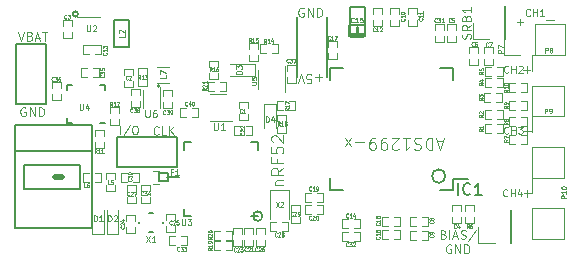
<source format=gto>
G04 #@! TF.FileFunction,Legend,Top*
%FSLAX46Y46*%
G04 Gerber Fmt 4.6, Leading zero omitted, Abs format (unit mm)*
G04 Created by KiCad (PCBNEW 4.0.4-stable) date 09/22/17 01:36:47*
%MOMM*%
%LPD*%
G01*
G04 APERTURE LIST*
%ADD10C,0.150000*%
%ADD11C,0.100000*%
%ADD12C,0.090000*%
%ADD13C,0.200000*%
%ADD14C,0.125000*%
%ADD15C,0.500000*%
%ADD16C,0.152400*%
%ADD17C,0.120000*%
%ADD18C,0.071120*%
%ADD19C,0.127000*%
%ADD20C,0.250000*%
%ADD21C,0.080000*%
%ADD22C,0.070000*%
%ADD23C,0.114300*%
%ADD24C,0.060000*%
%ADD25C,0.092000*%
%ADD26C,0.095000*%
G04 APERTURE END LIST*
D10*
D11*
X290328572Y-113405000D02*
X290257143Y-113369286D01*
X290150000Y-113369286D01*
X290042857Y-113405000D01*
X289971429Y-113476429D01*
X289935714Y-113547857D01*
X289900000Y-113690714D01*
X289900000Y-113797857D01*
X289935714Y-113940714D01*
X289971429Y-114012143D01*
X290042857Y-114083571D01*
X290150000Y-114119286D01*
X290221429Y-114119286D01*
X290328572Y-114083571D01*
X290364286Y-114047857D01*
X290364286Y-113797857D01*
X290221429Y-113797857D01*
X290685714Y-114119286D02*
X290685714Y-113369286D01*
X291114286Y-114119286D01*
X291114286Y-113369286D01*
X291471428Y-114119286D02*
X291471428Y-113369286D01*
X291650000Y-113369286D01*
X291757143Y-113405000D01*
X291828571Y-113476429D01*
X291864286Y-113547857D01*
X291900000Y-113690714D01*
X291900000Y-113797857D01*
X291864286Y-113940714D01*
X291828571Y-114012143D01*
X291757143Y-114083571D01*
X291650000Y-114119286D01*
X291471428Y-114119286D01*
D12*
X307595714Y-129264286D02*
X307567143Y-129292857D01*
X307481429Y-129321429D01*
X307424286Y-129321429D01*
X307338571Y-129292857D01*
X307281429Y-129235714D01*
X307252857Y-129178571D01*
X307224286Y-129064286D01*
X307224286Y-128978571D01*
X307252857Y-128864286D01*
X307281429Y-128807143D01*
X307338571Y-128750000D01*
X307424286Y-128721429D01*
X307481429Y-128721429D01*
X307567143Y-128750000D01*
X307595714Y-128778571D01*
X307852857Y-129321429D02*
X307852857Y-128721429D01*
X307852857Y-129007143D02*
X308195714Y-129007143D01*
X308195714Y-129321429D02*
X308195714Y-128721429D01*
X308738571Y-128921429D02*
X308738571Y-129321429D01*
X308595714Y-128692857D02*
X308452857Y-129121429D01*
X308824285Y-129121429D01*
X307675714Y-123964286D02*
X307647143Y-123992857D01*
X307561429Y-124021429D01*
X307504286Y-124021429D01*
X307418571Y-123992857D01*
X307361429Y-123935714D01*
X307332857Y-123878571D01*
X307304286Y-123764286D01*
X307304286Y-123678571D01*
X307332857Y-123564286D01*
X307361429Y-123507143D01*
X307418571Y-123450000D01*
X307504286Y-123421429D01*
X307561429Y-123421429D01*
X307647143Y-123450000D01*
X307675714Y-123478571D01*
X307932857Y-124021429D02*
X307932857Y-123421429D01*
X307932857Y-123707143D02*
X308275714Y-123707143D01*
X308275714Y-124021429D02*
X308275714Y-123421429D01*
X308504285Y-123421429D02*
X308875714Y-123421429D01*
X308675714Y-123650000D01*
X308761428Y-123650000D01*
X308818571Y-123678571D01*
X308847142Y-123707143D01*
X308875714Y-123764286D01*
X308875714Y-123907143D01*
X308847142Y-123964286D01*
X308818571Y-123992857D01*
X308761428Y-124021429D01*
X308590000Y-124021429D01*
X308532857Y-123992857D01*
X308504285Y-123964286D01*
D11*
X308984286Y-129052857D02*
X309555715Y-129052857D01*
X309270001Y-129334762D02*
X309270001Y-128770952D01*
X308984286Y-123742857D02*
X309555715Y-123742857D01*
X309270001Y-124024762D02*
X309270001Y-123460952D01*
X308924286Y-118602857D02*
X309495715Y-118602857D01*
X309210001Y-118884762D02*
X309210001Y-118320952D01*
D13*
X265900000Y-123300000D02*
X265900000Y-123290000D01*
X272400000Y-123300000D02*
X265900000Y-123300000D01*
X272400000Y-125500000D02*
X272400000Y-123300000D01*
X265900000Y-125510000D02*
X265900000Y-123310000D01*
X278860000Y-127310000D02*
X278110000Y-127310000D01*
X278860000Y-128060000D02*
X278860000Y-127310000D01*
X278110000Y-128060000D02*
X278860000Y-128060000D01*
X278110000Y-127260000D02*
X278110000Y-128060000D01*
X278780000Y-127700000D02*
X279780000Y-127700000D01*
D11*
X266157858Y-115379286D02*
X266407858Y-116129286D01*
X266657858Y-115379286D01*
X267157857Y-115736429D02*
X267265000Y-115772143D01*
X267300715Y-115807857D01*
X267336429Y-115879286D01*
X267336429Y-115986429D01*
X267300715Y-116057857D01*
X267265000Y-116093571D01*
X267193572Y-116129286D01*
X266907857Y-116129286D01*
X266907857Y-115379286D01*
X267157857Y-115379286D01*
X267229286Y-115415000D01*
X267265000Y-115450714D01*
X267300715Y-115522143D01*
X267300715Y-115593571D01*
X267265000Y-115665000D01*
X267229286Y-115700714D01*
X267157857Y-115736429D01*
X266907857Y-115736429D01*
X267622143Y-115915000D02*
X267979286Y-115915000D01*
X267550715Y-116129286D02*
X267800715Y-115379286D01*
X268050715Y-116129286D01*
X268193572Y-115379286D02*
X268622143Y-115379286D01*
X268407857Y-116129286D02*
X268407857Y-115379286D01*
X266778572Y-121815000D02*
X266707143Y-121779286D01*
X266600000Y-121779286D01*
X266492857Y-121815000D01*
X266421429Y-121886429D01*
X266385714Y-121957857D01*
X266350000Y-122100714D01*
X266350000Y-122207857D01*
X266385714Y-122350714D01*
X266421429Y-122422143D01*
X266492857Y-122493571D01*
X266600000Y-122529286D01*
X266671429Y-122529286D01*
X266778572Y-122493571D01*
X266814286Y-122457857D01*
X266814286Y-122207857D01*
X266671429Y-122207857D01*
X267135714Y-122529286D02*
X267135714Y-121779286D01*
X267564286Y-122529286D01*
X267564286Y-121779286D01*
X267921428Y-122529286D02*
X267921428Y-121779286D01*
X268100000Y-121779286D01*
X268207143Y-121815000D01*
X268278571Y-121886429D01*
X268314286Y-121957857D01*
X268350000Y-122100714D01*
X268350000Y-122207857D01*
X268314286Y-122350714D01*
X268278571Y-122422143D01*
X268207143Y-122493571D01*
X268100000Y-122529286D01*
X267921428Y-122529286D01*
D13*
X271227247Y-113877440D02*
G75*
G03X271227247Y-113877440I-223607J0D01*
G01*
D11*
X308364286Y-114552857D02*
X308935715Y-114552857D01*
X308650001Y-114834762D02*
X308650001Y-114270952D01*
X310898572Y-114388095D02*
X311541429Y-114388095D01*
X274796668Y-124036667D02*
X274796668Y-123336667D01*
X275630001Y-123303333D02*
X275030001Y-124203333D01*
X275996667Y-123336667D02*
X276130000Y-123336667D01*
X276196667Y-123370000D01*
X276263334Y-123436667D01*
X276296667Y-123570000D01*
X276296667Y-123803333D01*
X276263334Y-123936667D01*
X276196667Y-124003333D01*
X276130000Y-124036667D01*
X275996667Y-124036667D01*
X275930000Y-124003333D01*
X275863334Y-123936667D01*
X275830000Y-123803333D01*
X275830000Y-123570000D01*
X275863334Y-123436667D01*
X275930000Y-123370000D01*
X275996667Y-123336667D01*
D13*
X265900000Y-132000000D02*
X265900000Y-125500000D01*
X272400000Y-132000000D02*
X265900000Y-132000000D01*
X272400000Y-125500000D02*
X272400000Y-132000000D01*
X265900000Y-125500000D02*
X272400000Y-125500000D01*
D14*
X302132857Y-124653333D02*
X301656666Y-124653333D01*
X302228095Y-124367619D02*
X301894762Y-125367619D01*
X301561428Y-124367619D01*
X301228095Y-124367619D02*
X301228095Y-125367619D01*
X300990000Y-125367619D01*
X300847142Y-125320000D01*
X300751904Y-125224762D01*
X300704285Y-125129524D01*
X300656666Y-124939048D01*
X300656666Y-124796190D01*
X300704285Y-124605714D01*
X300751904Y-124510476D01*
X300847142Y-124415238D01*
X300990000Y-124367619D01*
X301228095Y-124367619D01*
X300275714Y-124415238D02*
X300132857Y-124367619D01*
X299894761Y-124367619D01*
X299799523Y-124415238D01*
X299751904Y-124462857D01*
X299704285Y-124558095D01*
X299704285Y-124653333D01*
X299751904Y-124748571D01*
X299799523Y-124796190D01*
X299894761Y-124843810D01*
X300085238Y-124891429D01*
X300180476Y-124939048D01*
X300228095Y-124986667D01*
X300275714Y-125081905D01*
X300275714Y-125177143D01*
X300228095Y-125272381D01*
X300180476Y-125320000D01*
X300085238Y-125367619D01*
X299847142Y-125367619D01*
X299704285Y-125320000D01*
X298751904Y-124367619D02*
X299323333Y-124367619D01*
X299037619Y-124367619D02*
X299037619Y-125367619D01*
X299132857Y-125224762D01*
X299228095Y-125129524D01*
X299323333Y-125081905D01*
X298370952Y-125272381D02*
X298323333Y-125320000D01*
X298228095Y-125367619D01*
X297989999Y-125367619D01*
X297894761Y-125320000D01*
X297847142Y-125272381D01*
X297799523Y-125177143D01*
X297799523Y-125081905D01*
X297847142Y-124939048D01*
X298418571Y-124367619D01*
X297799523Y-124367619D01*
X297323333Y-124367619D02*
X297132857Y-124367619D01*
X297037618Y-124415238D01*
X296989999Y-124462857D01*
X296894761Y-124605714D01*
X296847142Y-124796190D01*
X296847142Y-125177143D01*
X296894761Y-125272381D01*
X296942380Y-125320000D01*
X297037618Y-125367619D01*
X297228095Y-125367619D01*
X297323333Y-125320000D01*
X297370952Y-125272381D01*
X297418571Y-125177143D01*
X297418571Y-124939048D01*
X297370952Y-124843810D01*
X297323333Y-124796190D01*
X297228095Y-124748571D01*
X297037618Y-124748571D01*
X296942380Y-124796190D01*
X296894761Y-124843810D01*
X296847142Y-124939048D01*
X296370952Y-124367619D02*
X296180476Y-124367619D01*
X296085237Y-124415238D01*
X296037618Y-124462857D01*
X295942380Y-124605714D01*
X295894761Y-124796190D01*
X295894761Y-125177143D01*
X295942380Y-125272381D01*
X295989999Y-125320000D01*
X296085237Y-125367619D01*
X296275714Y-125367619D01*
X296370952Y-125320000D01*
X296418571Y-125272381D01*
X296466190Y-125177143D01*
X296466190Y-124939048D01*
X296418571Y-124843810D01*
X296370952Y-124796190D01*
X296275714Y-124748571D01*
X296085237Y-124748571D01*
X295989999Y-124796190D01*
X295942380Y-124843810D01*
X295894761Y-124939048D01*
X295466190Y-124748571D02*
X294704285Y-124748571D01*
X294323333Y-124367619D02*
X293799523Y-125034286D01*
X294323333Y-125034286D02*
X293799523Y-124367619D01*
X287945714Y-128385238D02*
X288612381Y-128385238D01*
X288040952Y-128385238D02*
X287993333Y-128337619D01*
X287945714Y-128242381D01*
X287945714Y-128099523D01*
X287993333Y-128004285D01*
X288088571Y-127956666D01*
X288612381Y-127956666D01*
X288612381Y-126909047D02*
X288136190Y-127242381D01*
X288612381Y-127480476D02*
X287612381Y-127480476D01*
X287612381Y-127099523D01*
X287660000Y-127004285D01*
X287707619Y-126956666D01*
X287802857Y-126909047D01*
X287945714Y-126909047D01*
X288040952Y-126956666D01*
X288088571Y-127004285D01*
X288136190Y-127099523D01*
X288136190Y-127480476D01*
X288088571Y-126147142D02*
X288088571Y-126480476D01*
X288612381Y-126480476D02*
X287612381Y-126480476D01*
X287612381Y-126004285D01*
X287612381Y-125147142D02*
X287612381Y-125623333D01*
X288088571Y-125670952D01*
X288040952Y-125623333D01*
X287993333Y-125528095D01*
X287993333Y-125289999D01*
X288040952Y-125194761D01*
X288088571Y-125147142D01*
X288183810Y-125099523D01*
X288421905Y-125099523D01*
X288517143Y-125147142D01*
X288564762Y-125194761D01*
X288612381Y-125289999D01*
X288612381Y-125528095D01*
X288564762Y-125623333D01*
X288517143Y-125670952D01*
X287707619Y-124718571D02*
X287660000Y-124670952D01*
X287612381Y-124575714D01*
X287612381Y-124337618D01*
X287660000Y-124242380D01*
X287707619Y-124194761D01*
X287802857Y-124147142D01*
X287898095Y-124147142D01*
X288040952Y-124194761D01*
X288612381Y-124766190D01*
X288612381Y-124147142D01*
D11*
X302178571Y-132533103D02*
X302285714Y-132568341D01*
X302321429Y-132603579D01*
X302357143Y-132674055D01*
X302357143Y-132779770D01*
X302321429Y-132850246D01*
X302285714Y-132885484D01*
X302214286Y-132920722D01*
X301928571Y-132920722D01*
X301928571Y-132180722D01*
X302178571Y-132180722D01*
X302250000Y-132215960D01*
X302285714Y-132251198D01*
X302321429Y-132321674D01*
X302321429Y-132392150D01*
X302285714Y-132462627D01*
X302250000Y-132497865D01*
X302178571Y-132533103D01*
X301928571Y-132533103D01*
X302678571Y-132920722D02*
X302678571Y-132180722D01*
X303000000Y-132709293D02*
X303357143Y-132709293D01*
X302928572Y-132920722D02*
X303178572Y-132180722D01*
X303428572Y-132920722D01*
X303642857Y-132885484D02*
X303750000Y-132920722D01*
X303928571Y-132920722D01*
X304000000Y-132885484D01*
X304035714Y-132850246D01*
X304071429Y-132779770D01*
X304071429Y-132709293D01*
X304035714Y-132638817D01*
X304000000Y-132603579D01*
X303928571Y-132568341D01*
X303785714Y-132533103D01*
X303714286Y-132497865D01*
X303678571Y-132462627D01*
X303642857Y-132392150D01*
X303642857Y-132321674D01*
X303678571Y-132251198D01*
X303714286Y-132215960D01*
X303785714Y-132180722D01*
X303964286Y-132180722D01*
X304071429Y-132215960D01*
X304928572Y-132145484D02*
X304285715Y-133096912D01*
X302803572Y-133425960D02*
X302732143Y-133390722D01*
X302625000Y-133390722D01*
X302517857Y-133425960D01*
X302446429Y-133496436D01*
X302410714Y-133566912D01*
X302375000Y-133707865D01*
X302375000Y-133813579D01*
X302410714Y-133954531D01*
X302446429Y-134025008D01*
X302517857Y-134095484D01*
X302625000Y-134130722D01*
X302696429Y-134130722D01*
X302803572Y-134095484D01*
X302839286Y-134060246D01*
X302839286Y-133813579D01*
X302696429Y-133813579D01*
X303160714Y-134130722D02*
X303160714Y-133390722D01*
X303589286Y-134130722D01*
X303589286Y-133390722D01*
X303946428Y-134130722D02*
X303946428Y-133390722D01*
X304125000Y-133390722D01*
X304232143Y-133425960D01*
X304303571Y-133496436D01*
X304339286Y-133566912D01*
X304375000Y-133707865D01*
X304375000Y-133813579D01*
X304339286Y-133954531D01*
X304303571Y-134025008D01*
X304232143Y-134095484D01*
X304125000Y-134130722D01*
X303946428Y-134130722D01*
D12*
X307675714Y-118794286D02*
X307647143Y-118822857D01*
X307561429Y-118851429D01*
X307504286Y-118851429D01*
X307418571Y-118822857D01*
X307361429Y-118765714D01*
X307332857Y-118708571D01*
X307304286Y-118594286D01*
X307304286Y-118508571D01*
X307332857Y-118394286D01*
X307361429Y-118337143D01*
X307418571Y-118280000D01*
X307504286Y-118251429D01*
X307561429Y-118251429D01*
X307647143Y-118280000D01*
X307675714Y-118308571D01*
X307932857Y-118851429D02*
X307932857Y-118251429D01*
X307932857Y-118537143D02*
X308275714Y-118537143D01*
X308275714Y-118851429D02*
X308275714Y-118251429D01*
X308532857Y-118308571D02*
X308561428Y-118280000D01*
X308618571Y-118251429D01*
X308761428Y-118251429D01*
X308818571Y-118280000D01*
X308847142Y-118308571D01*
X308875714Y-118365714D01*
X308875714Y-118422857D01*
X308847142Y-118508571D01*
X308504285Y-118851429D01*
X308875714Y-118851429D01*
D11*
X304459524Y-115961429D02*
X304494762Y-115854286D01*
X304494762Y-115675715D01*
X304459524Y-115604286D01*
X304424286Y-115568572D01*
X304353810Y-115532857D01*
X304283333Y-115532857D01*
X304212857Y-115568572D01*
X304177619Y-115604286D01*
X304142381Y-115675715D01*
X304107143Y-115818572D01*
X304071905Y-115890000D01*
X304036667Y-115925715D01*
X303966190Y-115961429D01*
X303895714Y-115961429D01*
X303825238Y-115925715D01*
X303790000Y-115890000D01*
X303754762Y-115818572D01*
X303754762Y-115640000D01*
X303790000Y-115532857D01*
X304494762Y-114782857D02*
X304142381Y-115032857D01*
X304494762Y-115211429D02*
X303754762Y-115211429D01*
X303754762Y-114925714D01*
X303790000Y-114854286D01*
X303825238Y-114818571D01*
X303895714Y-114782857D01*
X304001429Y-114782857D01*
X304071905Y-114818571D01*
X304107143Y-114854286D01*
X304142381Y-114925714D01*
X304142381Y-115211429D01*
X304107143Y-114211429D02*
X304142381Y-114104286D01*
X304177619Y-114068571D01*
X304248095Y-114032857D01*
X304353810Y-114032857D01*
X304424286Y-114068571D01*
X304459524Y-114104286D01*
X304494762Y-114175714D01*
X304494762Y-114461429D01*
X303754762Y-114461429D01*
X303754762Y-114211429D01*
X303790000Y-114140000D01*
X303825238Y-114104286D01*
X303895714Y-114068571D01*
X303966190Y-114068571D01*
X304036667Y-114104286D01*
X304071905Y-114140000D01*
X304107143Y-114211429D01*
X304107143Y-114461429D01*
X304494762Y-113318571D02*
X304494762Y-113747143D01*
X304494762Y-113532857D02*
X303754762Y-113532857D01*
X303860476Y-113604286D01*
X303930952Y-113675714D01*
X303966190Y-113747143D01*
D12*
X309495714Y-113994286D02*
X309467143Y-114022857D01*
X309381429Y-114051429D01*
X309324286Y-114051429D01*
X309238571Y-114022857D01*
X309181429Y-113965714D01*
X309152857Y-113908571D01*
X309124286Y-113794286D01*
X309124286Y-113708571D01*
X309152857Y-113594286D01*
X309181429Y-113537143D01*
X309238571Y-113480000D01*
X309324286Y-113451429D01*
X309381429Y-113451429D01*
X309467143Y-113480000D01*
X309495714Y-113508571D01*
X309752857Y-114051429D02*
X309752857Y-113451429D01*
X309752857Y-113737143D02*
X310095714Y-113737143D01*
X310095714Y-114051429D02*
X310095714Y-113451429D01*
X310695714Y-114051429D02*
X310352857Y-114051429D01*
X310524285Y-114051429D02*
X310524285Y-113451429D01*
X310467142Y-113537143D01*
X310410000Y-113594286D01*
X310352857Y-113622857D01*
D13*
X302345088Y-127600000D02*
G75*
G03X302345088Y-127600000I-570088J0D01*
G01*
X286853113Y-130990000D02*
G75*
G03X286853113Y-130990000I-403113J0D01*
G01*
D11*
X278073334Y-124030000D02*
X278040000Y-124063333D01*
X277940000Y-124096667D01*
X277873334Y-124096667D01*
X277773334Y-124063333D01*
X277706667Y-123996667D01*
X277673334Y-123930000D01*
X277640000Y-123796667D01*
X277640000Y-123696667D01*
X277673334Y-123563333D01*
X277706667Y-123496667D01*
X277773334Y-123430000D01*
X277873334Y-123396667D01*
X277940000Y-123396667D01*
X278040000Y-123430000D01*
X278073334Y-123463333D01*
X278706667Y-124096667D02*
X278373334Y-124096667D01*
X278373334Y-123396667D01*
X278940001Y-124096667D02*
X278940001Y-123396667D01*
X279340001Y-124096667D02*
X279040001Y-123696667D01*
X279340001Y-123396667D02*
X278940001Y-123796667D01*
X291894286Y-119236429D02*
X291322857Y-119236429D01*
X291608571Y-118950714D02*
X291608571Y-119522143D01*
X290608572Y-119700714D02*
X290965715Y-119700714D01*
X291001429Y-119343571D01*
X290965715Y-119379286D01*
X290894286Y-119415000D01*
X290715715Y-119415000D01*
X290644286Y-119379286D01*
X290608572Y-119343571D01*
X290572857Y-119272143D01*
X290572857Y-119093571D01*
X290608572Y-119022143D01*
X290644286Y-118986429D01*
X290715715Y-118950714D01*
X290894286Y-118950714D01*
X290965715Y-118986429D01*
X291001429Y-119022143D01*
X290358571Y-119700714D02*
X290108571Y-118950714D01*
X289858571Y-119700714D01*
D15*
X269900000Y-127673000D02*
X269320000Y-127673000D01*
D16*
X289755520Y-119175240D02*
X289755520Y-114095240D01*
X292295520Y-114095240D02*
X292295520Y-119175240D01*
D17*
X309705640Y-132925840D02*
X312365640Y-132925840D01*
X309705640Y-130325840D02*
X309705640Y-132925840D01*
X312365640Y-130325840D02*
X312365640Y-132925840D01*
X309705640Y-130325840D02*
X312365640Y-130325840D01*
X309705640Y-129055840D02*
X309705640Y-127725840D01*
X309705640Y-127725840D02*
X311035640Y-127725840D01*
X309705640Y-127723920D02*
X312365640Y-127723920D01*
X309705640Y-125123920D02*
X309705640Y-127723920D01*
X312365640Y-125123920D02*
X312365640Y-127723920D01*
X309705640Y-125123920D02*
X312365640Y-125123920D01*
X309705640Y-123853920D02*
X309705640Y-122523920D01*
X309705640Y-122523920D02*
X311035640Y-122523920D01*
X309690400Y-122537240D02*
X312350400Y-122537240D01*
X309690400Y-119937240D02*
X309690400Y-122537240D01*
X312350400Y-119937240D02*
X312350400Y-122537240D01*
X309690400Y-119937240D02*
X312350400Y-119937240D01*
X309690400Y-118667240D02*
X309690400Y-117337240D01*
X309690400Y-117337240D02*
X311020400Y-117337240D01*
X278922500Y-119702500D02*
X277922500Y-119702500D01*
X277922500Y-118342500D02*
X278922500Y-118342500D01*
D10*
X273512500Y-119877500D02*
X273512500Y-120277500D01*
X273512500Y-119877500D02*
X273112500Y-119877500D01*
X270312500Y-119877500D02*
X270312500Y-120277500D01*
X270312500Y-119877500D02*
X270712500Y-119877500D01*
X270312500Y-123077500D02*
X270312500Y-122677500D01*
X270312500Y-123077500D02*
X270712500Y-123077500D01*
X273512500Y-123077500D02*
X273112500Y-123077500D01*
D17*
X282400000Y-122980000D02*
X284300000Y-122980000D01*
X283800000Y-120660000D02*
X282400000Y-120660000D01*
D18*
X285141000Y-132506000D02*
X285141000Y-131998000D01*
X285141000Y-131998000D02*
X284379000Y-131998000D01*
X284379000Y-131998000D02*
X284379000Y-132506000D01*
X285141000Y-133014000D02*
X285141000Y-133522000D01*
X285141000Y-133522000D02*
X284379000Y-133522000D01*
X284379000Y-133522000D02*
X284379000Y-133014000D01*
X285424000Y-124161000D02*
X285932000Y-124161000D01*
X285932000Y-124161000D02*
X285932000Y-123399000D01*
X285932000Y-123399000D02*
X285424000Y-123399000D01*
X284916000Y-124161000D02*
X284408000Y-124161000D01*
X284408000Y-124161000D02*
X284408000Y-123399000D01*
X284408000Y-123399000D02*
X284916000Y-123399000D01*
X298416000Y-113876000D02*
X298416000Y-113368000D01*
X298416000Y-113368000D02*
X297654000Y-113368000D01*
X297654000Y-113368000D02*
X297654000Y-113876000D01*
X298416000Y-114384000D02*
X298416000Y-114892000D01*
X298416000Y-114892000D02*
X297654000Y-114892000D01*
X297654000Y-114892000D02*
X297654000Y-114384000D01*
X270689640Y-114863440D02*
X270689640Y-114355440D01*
X270689640Y-114355440D02*
X269927640Y-114355440D01*
X269927640Y-114355440D02*
X269927640Y-114863440D01*
X270689640Y-115371440D02*
X270689640Y-115879440D01*
X270689640Y-115879440D02*
X269927640Y-115879440D01*
X269927640Y-115879440D02*
X269927640Y-115371440D01*
X272712640Y-117298440D02*
X273220640Y-117298440D01*
X273220640Y-117298440D02*
X273220640Y-116536440D01*
X273220640Y-116536440D02*
X272712640Y-116536440D01*
X272204640Y-117298440D02*
X271696640Y-117298440D01*
X271696640Y-117298440D02*
X271696640Y-116536440D01*
X271696640Y-116536440D02*
X272204640Y-116536440D01*
D19*
X274323640Y-116660440D02*
X274323640Y-114374440D01*
X274323640Y-114374440D02*
X275593640Y-114374440D01*
X275593640Y-114374440D02*
X275593640Y-116660440D01*
X275593640Y-116660440D02*
X274323640Y-116660440D01*
D17*
X273058640Y-114157440D02*
X271158640Y-114157440D01*
X271658640Y-116477440D02*
X273058640Y-116477440D01*
X273058640Y-114157440D02*
X271158640Y-114157440D01*
X271658640Y-116477440D02*
X273058640Y-116477440D01*
D19*
X274323640Y-116660440D02*
X274323640Y-114374440D01*
X274323640Y-114374440D02*
X275593640Y-114374440D01*
X275593640Y-114374440D02*
X275593640Y-116660440D01*
X275593640Y-116660440D02*
X274323640Y-116660440D01*
D18*
X272712640Y-117298440D02*
X273220640Y-117298440D01*
X273220640Y-117298440D02*
X273220640Y-116536440D01*
X273220640Y-116536440D02*
X272712640Y-116536440D01*
X272204640Y-117298440D02*
X271696640Y-117298440D01*
X271696640Y-117298440D02*
X271696640Y-116536440D01*
X271696640Y-116536440D02*
X272204640Y-116536440D01*
X270689640Y-114863440D02*
X270689640Y-114355440D01*
X270689640Y-114355440D02*
X269927640Y-114355440D01*
X269927640Y-114355440D02*
X269927640Y-114863440D01*
X270689640Y-115371440D02*
X270689640Y-115879440D01*
X270689640Y-115879440D02*
X269927640Y-115879440D01*
X269927640Y-115879440D02*
X269927640Y-115371440D01*
X284839000Y-122304000D02*
X284839000Y-122812000D01*
X284839000Y-122812000D02*
X285601000Y-122812000D01*
X285601000Y-122812000D02*
X285601000Y-122304000D01*
X284839000Y-121796000D02*
X284839000Y-121288000D01*
X284839000Y-121288000D02*
X285601000Y-121288000D01*
X285601000Y-121288000D02*
X285601000Y-121796000D01*
X280914000Y-122561000D02*
X281422000Y-122561000D01*
X281422000Y-122561000D02*
X281422000Y-121799000D01*
X281422000Y-121799000D02*
X280914000Y-121799000D01*
X280406000Y-122561000D02*
X279898000Y-122561000D01*
X279898000Y-122561000D02*
X279898000Y-121799000D01*
X279898000Y-121799000D02*
X280406000Y-121799000D01*
X282756000Y-119619000D02*
X282248000Y-119619000D01*
X282248000Y-119619000D02*
X282248000Y-120381000D01*
X282248000Y-120381000D02*
X282756000Y-120381000D01*
X283264000Y-119619000D02*
X283772000Y-119619000D01*
X283772000Y-119619000D02*
X283772000Y-120381000D01*
X283772000Y-120381000D02*
X283264000Y-120381000D01*
X287041000Y-132506000D02*
X287041000Y-131998000D01*
X287041000Y-131998000D02*
X286279000Y-131998000D01*
X286279000Y-131998000D02*
X286279000Y-132506000D01*
X287041000Y-133014000D02*
X287041000Y-133522000D01*
X287041000Y-133522000D02*
X286279000Y-133522000D01*
X286279000Y-133522000D02*
X286279000Y-133014000D01*
D16*
X265980000Y-116440000D02*
X268520000Y-116440000D01*
X268520000Y-116440000D02*
X268520000Y-121520000D01*
X268520000Y-121520000D02*
X265980000Y-121520000D01*
X265980000Y-121520000D02*
X265980000Y-116440000D01*
D18*
X276443500Y-120738500D02*
X276443500Y-120230500D01*
X276443500Y-120230500D02*
X275681500Y-120230500D01*
X275681500Y-120230500D02*
X275681500Y-120738500D01*
X276443500Y-121246500D02*
X276443500Y-121754500D01*
X276443500Y-121754500D02*
X275681500Y-121754500D01*
X275681500Y-121754500D02*
X275681500Y-121246500D01*
X275903500Y-119018500D02*
X275903500Y-118510500D01*
X275903500Y-118510500D02*
X275141500Y-118510500D01*
X275141500Y-118510500D02*
X275141500Y-119018500D01*
X275903500Y-119526500D02*
X275903500Y-120034500D01*
X275903500Y-120034500D02*
X275141500Y-120034500D01*
X275141500Y-120034500D02*
X275141500Y-119526500D01*
X279183500Y-120838500D02*
X279183500Y-120330500D01*
X279183500Y-120330500D02*
X278421500Y-120330500D01*
X278421500Y-120330500D02*
X278421500Y-120838500D01*
X279183500Y-121346500D02*
X279183500Y-121854500D01*
X279183500Y-121854500D02*
X278421500Y-121854500D01*
X278421500Y-121854500D02*
X278421500Y-121346500D01*
X276311500Y-119486500D02*
X276311500Y-119994500D01*
X276311500Y-119994500D02*
X277073500Y-119994500D01*
X277073500Y-119994500D02*
X277073500Y-119486500D01*
X276311500Y-118978500D02*
X276311500Y-118470500D01*
X276311500Y-118470500D02*
X277073500Y-118470500D01*
X277073500Y-118470500D02*
X277073500Y-118978500D01*
X289125600Y-122020040D02*
X289633600Y-122020040D01*
X289633600Y-122020040D02*
X289633600Y-121258040D01*
X289633600Y-121258040D02*
X289125600Y-121258040D01*
X288617600Y-122020040D02*
X288109600Y-122020040D01*
X288109600Y-122020040D02*
X288109600Y-121258040D01*
X288109600Y-121258040D02*
X288617600Y-121258040D01*
X287167260Y-116431140D02*
X286659260Y-116431140D01*
X286659260Y-116431140D02*
X286659260Y-117193140D01*
X286659260Y-117193140D02*
X287167260Y-117193140D01*
X287675260Y-116431140D02*
X288183260Y-116431140D01*
X288183260Y-116431140D02*
X288183260Y-117193140D01*
X288183260Y-117193140D02*
X287675260Y-117193140D01*
X282333640Y-118880600D02*
X282333640Y-119388600D01*
X282333640Y-119388600D02*
X283095640Y-119388600D01*
X283095640Y-119388600D02*
X283095640Y-118880600D01*
X282333640Y-118372600D02*
X282333640Y-117864600D01*
X282333640Y-117864600D02*
X283095640Y-117864600D01*
X283095640Y-117864600D02*
X283095640Y-118372600D01*
X286432260Y-116878140D02*
X286432260Y-116370140D01*
X286432260Y-116370140D02*
X285670260Y-116370140D01*
X285670260Y-116370140D02*
X285670260Y-116878140D01*
X286432260Y-117386140D02*
X286432260Y-117894140D01*
X286432260Y-117894140D02*
X285670260Y-117894140D01*
X285670260Y-117894140D02*
X285670260Y-117386140D01*
X288871600Y-122959840D02*
X288871600Y-122451840D01*
X288871600Y-122451840D02*
X288109600Y-122451840D01*
X288109600Y-122451840D02*
X288109600Y-122959840D01*
X288871600Y-123467840D02*
X288871600Y-123975840D01*
X288871600Y-123975840D02*
X288109600Y-123975840D01*
X288109600Y-123975840D02*
X288109600Y-123467840D01*
D17*
X287964440Y-121466800D02*
X286964440Y-121466800D01*
X286964440Y-121466800D02*
X286964440Y-123566800D01*
X287964440Y-121466800D02*
X287964440Y-123566800D01*
X286229520Y-119085960D02*
X286229520Y-118085960D01*
X286229520Y-118085960D02*
X284129520Y-118085960D01*
X286229520Y-119085960D02*
X284129520Y-119085960D01*
X273659920Y-132545320D02*
X274659920Y-132545320D01*
X274659920Y-132545320D02*
X274659920Y-130445320D01*
X273659920Y-132545320D02*
X273659920Y-130445320D01*
D18*
X283231000Y-132229000D02*
X282723000Y-132229000D01*
X282723000Y-132229000D02*
X282723000Y-132991000D01*
X282723000Y-132991000D02*
X283231000Y-132991000D01*
X283739000Y-132229000D02*
X284247000Y-132229000D01*
X284247000Y-132229000D02*
X284247000Y-132991000D01*
X284247000Y-132991000D02*
X283739000Y-132991000D01*
X283734000Y-133881000D02*
X284242000Y-133881000D01*
X284242000Y-133881000D02*
X284242000Y-133119000D01*
X284242000Y-133119000D02*
X283734000Y-133119000D01*
X283226000Y-133881000D02*
X282718000Y-133881000D01*
X282718000Y-133881000D02*
X282718000Y-133119000D01*
X282718000Y-133119000D02*
X283226000Y-133119000D01*
X285329000Y-133014000D02*
X285329000Y-133522000D01*
X285329000Y-133522000D02*
X286091000Y-133522000D01*
X286091000Y-133522000D02*
X286091000Y-133014000D01*
X285329000Y-132506000D02*
X285329000Y-131998000D01*
X285329000Y-131998000D02*
X286091000Y-131998000D01*
X286091000Y-131998000D02*
X286091000Y-132506000D01*
X274691000Y-122281000D02*
X274691000Y-121773000D01*
X274691000Y-121773000D02*
X273929000Y-121773000D01*
X273929000Y-121773000D02*
X273929000Y-122281000D01*
X274691000Y-122789000D02*
X274691000Y-123297000D01*
X274691000Y-123297000D02*
X273929000Y-123297000D01*
X273929000Y-123297000D02*
X273929000Y-122789000D01*
X272659000Y-124704000D02*
X272659000Y-125212000D01*
X272659000Y-125212000D02*
X273421000Y-125212000D01*
X273421000Y-125212000D02*
X273421000Y-124704000D01*
X272659000Y-124196000D02*
X272659000Y-123688000D01*
X272659000Y-123688000D02*
X273421000Y-123688000D01*
X273421000Y-123688000D02*
X273421000Y-124196000D01*
X269029000Y-120664000D02*
X269029000Y-121172000D01*
X269029000Y-121172000D02*
X269791000Y-121172000D01*
X269791000Y-121172000D02*
X269791000Y-120664000D01*
X269029000Y-120156000D02*
X269029000Y-119648000D01*
X269029000Y-119648000D02*
X269791000Y-119648000D01*
X269791000Y-119648000D02*
X269791000Y-120156000D01*
X271988500Y-118456500D02*
X271480500Y-118456500D01*
X271480500Y-118456500D02*
X271480500Y-119218500D01*
X271480500Y-119218500D02*
X271988500Y-119218500D01*
X272496500Y-118456500D02*
X273004500Y-118456500D01*
X273004500Y-118456500D02*
X273004500Y-119218500D01*
X273004500Y-119218500D02*
X272496500Y-119218500D01*
D17*
X277610000Y-128230000D02*
X278110000Y-128230000D01*
X278110000Y-127170000D02*
X277610000Y-127170000D01*
D18*
X276569000Y-129334000D02*
X276569000Y-129842000D01*
X276569000Y-129842000D02*
X277331000Y-129842000D01*
X277331000Y-129842000D02*
X277331000Y-129334000D01*
X276569000Y-128826000D02*
X276569000Y-128318000D01*
X276569000Y-128318000D02*
X277331000Y-128318000D01*
X277331000Y-128318000D02*
X277331000Y-128826000D01*
X279446000Y-132709000D02*
X278938000Y-132709000D01*
X278938000Y-132709000D02*
X278938000Y-133471000D01*
X278938000Y-133471000D02*
X279446000Y-133471000D01*
X279954000Y-132709000D02*
X280462000Y-132709000D01*
X280462000Y-132709000D02*
X280462000Y-133471000D01*
X280462000Y-133471000D02*
X279954000Y-133471000D01*
X308221000Y-121249000D02*
X307713000Y-121249000D01*
X307713000Y-121249000D02*
X307713000Y-122011000D01*
X307713000Y-122011000D02*
X308221000Y-122011000D01*
X308729000Y-121249000D02*
X309237000Y-121249000D01*
X309237000Y-121249000D02*
X309237000Y-122011000D01*
X309237000Y-122011000D02*
X308729000Y-122011000D01*
X308221000Y-124089000D02*
X307713000Y-124089000D01*
X307713000Y-124089000D02*
X307713000Y-124851000D01*
X307713000Y-124851000D02*
X308221000Y-124851000D01*
X308729000Y-124089000D02*
X309237000Y-124089000D01*
X309237000Y-124089000D02*
X309237000Y-124851000D01*
X309237000Y-124851000D02*
X308729000Y-124851000D01*
X308211000Y-122619000D02*
X307703000Y-122619000D01*
X307703000Y-122619000D02*
X307703000Y-123381000D01*
X307703000Y-123381000D02*
X308211000Y-123381000D01*
X308719000Y-122619000D02*
X309227000Y-122619000D01*
X309227000Y-122619000D02*
X309227000Y-123381000D01*
X309227000Y-123381000D02*
X308719000Y-123381000D01*
X308221000Y-119694000D02*
X307713000Y-119694000D01*
X307713000Y-119694000D02*
X307713000Y-120456000D01*
X307713000Y-120456000D02*
X308221000Y-120456000D01*
X308729000Y-119694000D02*
X309237000Y-119694000D01*
X309237000Y-119694000D02*
X309237000Y-120456000D01*
X309237000Y-120456000D02*
X308729000Y-120456000D01*
D17*
X307300000Y-116010000D02*
X307420000Y-116010000D01*
X307420000Y-116010000D02*
X307420000Y-113230000D01*
X307420000Y-113230000D02*
X307300000Y-113230000D01*
X307300000Y-113230000D02*
X307300000Y-116010000D01*
X306030000Y-116010000D02*
X304640000Y-116010000D01*
X304640000Y-116010000D02*
X304640000Y-114620000D01*
D10*
X295575000Y-115700000D02*
X294225000Y-115700000D01*
X295575000Y-114800000D02*
X295575000Y-115650000D01*
X294175000Y-114850000D02*
X294175000Y-115700000D01*
X294275000Y-114800000D02*
X295425000Y-114800000D01*
X294375000Y-115800000D02*
X295325000Y-115800000D01*
X294325000Y-115700000D02*
X295425000Y-115700000D01*
X294275000Y-114850000D02*
X295475000Y-114850000D01*
D20*
X294875000Y-115500000D02*
X294875000Y-115000000D01*
D19*
X294240000Y-115593000D02*
X294240000Y-113307000D01*
X294240000Y-113307000D02*
X295510000Y-113307000D01*
X295510000Y-113307000D02*
X295510000Y-115593000D01*
X295510000Y-115593000D02*
X294240000Y-115593000D01*
D16*
X279585360Y-124265400D02*
X279585360Y-126805400D01*
X279585360Y-126805400D02*
X274505360Y-126805400D01*
X274505360Y-126805400D02*
X274505360Y-124265400D01*
X274505360Y-124265400D02*
X279585360Y-124265400D01*
D18*
X303231000Y-115271000D02*
X303231000Y-114763000D01*
X303231000Y-114763000D02*
X302469000Y-114763000D01*
X302469000Y-114763000D02*
X302469000Y-115271000D01*
X303231000Y-115779000D02*
X303231000Y-116287000D01*
X303231000Y-116287000D02*
X302469000Y-116287000D01*
X302469000Y-116287000D02*
X302469000Y-115779000D01*
D10*
X302950000Y-128775000D02*
X302950000Y-127825000D01*
X292600000Y-128775000D02*
X292600000Y-127725000D01*
X292600000Y-118425000D02*
X292600000Y-119475000D01*
X302950000Y-118425000D02*
X302950000Y-119475000D01*
X302950000Y-128775000D02*
X301900000Y-128775000D01*
X302950000Y-118425000D02*
X301900000Y-118425000D01*
X292600000Y-118425000D02*
X293650000Y-118425000D01*
X292600000Y-128775000D02*
X293650000Y-128775000D01*
X302950000Y-127825000D02*
X304225000Y-127825000D01*
D18*
X294071000Y-131269000D02*
X293563000Y-131269000D01*
X293563000Y-131269000D02*
X293563000Y-132031000D01*
X293563000Y-132031000D02*
X294071000Y-132031000D01*
X294579000Y-131269000D02*
X295087000Y-131269000D01*
X295087000Y-131269000D02*
X295087000Y-132031000D01*
X295087000Y-132031000D02*
X294579000Y-132031000D01*
X294071000Y-132319000D02*
X293563000Y-132319000D01*
X293563000Y-132319000D02*
X293563000Y-133081000D01*
X293563000Y-133081000D02*
X294071000Y-133081000D01*
X294579000Y-132319000D02*
X295087000Y-132319000D01*
X295087000Y-132319000D02*
X295087000Y-133081000D01*
X295087000Y-133081000D02*
X294579000Y-133081000D01*
X296194000Y-114354000D02*
X296194000Y-114862000D01*
X296194000Y-114862000D02*
X296956000Y-114862000D01*
X296956000Y-114862000D02*
X296956000Y-114354000D01*
X296194000Y-113846000D02*
X296194000Y-113338000D01*
X296194000Y-113338000D02*
X296956000Y-113338000D01*
X296956000Y-113338000D02*
X296956000Y-113846000D01*
X302181000Y-115271000D02*
X302181000Y-114763000D01*
X302181000Y-114763000D02*
X301419000Y-114763000D01*
X301419000Y-114763000D02*
X301419000Y-115271000D01*
X302181000Y-115779000D02*
X302181000Y-116287000D01*
X302181000Y-116287000D02*
X301419000Y-116287000D01*
X301419000Y-116287000D02*
X301419000Y-115779000D01*
X290921000Y-128994000D02*
X290413000Y-128994000D01*
X290413000Y-128994000D02*
X290413000Y-129756000D01*
X290413000Y-129756000D02*
X290921000Y-129756000D01*
X291429000Y-128994000D02*
X291937000Y-128994000D01*
X291937000Y-128994000D02*
X291937000Y-129756000D01*
X291937000Y-129756000D02*
X291429000Y-129756000D01*
X306163920Y-118362440D02*
X305655920Y-118362440D01*
X305655920Y-118362440D02*
X305655920Y-119124440D01*
X305655920Y-119124440D02*
X306163920Y-119124440D01*
X306671920Y-118362440D02*
X307179920Y-118362440D01*
X307179920Y-118362440D02*
X307179920Y-119124440D01*
X307179920Y-119124440D02*
X306671920Y-119124440D01*
X291429000Y-130831000D02*
X291937000Y-130831000D01*
X291937000Y-130831000D02*
X291937000Y-130069000D01*
X291937000Y-130069000D02*
X291429000Y-130069000D01*
X290921000Y-130831000D02*
X290413000Y-130831000D01*
X290413000Y-130831000D02*
X290413000Y-130069000D01*
X290413000Y-130069000D02*
X290921000Y-130069000D01*
X297471000Y-132169000D02*
X296963000Y-132169000D01*
X296963000Y-132169000D02*
X296963000Y-132931000D01*
X296963000Y-132931000D02*
X297471000Y-132931000D01*
X297979000Y-132169000D02*
X298487000Y-132169000D01*
X298487000Y-132169000D02*
X298487000Y-132931000D01*
X298487000Y-132931000D02*
X297979000Y-132931000D01*
X297471000Y-131044000D02*
X296963000Y-131044000D01*
X296963000Y-131044000D02*
X296963000Y-131806000D01*
X296963000Y-131806000D02*
X297471000Y-131806000D01*
X297979000Y-131044000D02*
X298487000Y-131044000D01*
X298487000Y-131044000D02*
X298487000Y-131806000D01*
X298487000Y-131806000D02*
X297979000Y-131806000D01*
X300329000Y-132981000D02*
X300837000Y-132981000D01*
X300837000Y-132981000D02*
X300837000Y-132219000D01*
X300837000Y-132219000D02*
X300329000Y-132219000D01*
X299821000Y-132981000D02*
X299313000Y-132981000D01*
X299313000Y-132981000D02*
X299313000Y-132219000D01*
X299313000Y-132219000D02*
X299821000Y-132219000D01*
X293131000Y-116671000D02*
X293131000Y-116163000D01*
X293131000Y-116163000D02*
X292369000Y-116163000D01*
X292369000Y-116163000D02*
X292369000Y-116671000D01*
X293131000Y-117179000D02*
X293131000Y-117687000D01*
X293131000Y-117687000D02*
X292369000Y-117687000D01*
X292369000Y-117687000D02*
X292369000Y-117179000D01*
X300329000Y-131806000D02*
X300837000Y-131806000D01*
X300837000Y-131806000D02*
X300837000Y-131044000D01*
X300837000Y-131044000D02*
X300329000Y-131044000D01*
X299821000Y-131806000D02*
X299313000Y-131806000D01*
X299313000Y-131806000D02*
X299313000Y-131044000D01*
X299313000Y-131044000D02*
X299821000Y-131044000D01*
X299931000Y-113846000D02*
X299931000Y-113338000D01*
X299931000Y-113338000D02*
X299169000Y-113338000D01*
X299169000Y-113338000D02*
X299169000Y-113846000D01*
X299931000Y-114354000D02*
X299931000Y-114862000D01*
X299931000Y-114862000D02*
X299169000Y-114862000D01*
X299169000Y-114862000D02*
X299169000Y-114354000D01*
X306356000Y-117196000D02*
X306356000Y-116688000D01*
X306356000Y-116688000D02*
X305594000Y-116688000D01*
X305594000Y-116688000D02*
X305594000Y-117196000D01*
X306356000Y-117704000D02*
X306356000Y-118212000D01*
X306356000Y-118212000D02*
X305594000Y-118212000D01*
X305594000Y-118212000D02*
X305594000Y-117704000D01*
X305131000Y-117196000D02*
X305131000Y-116688000D01*
X305131000Y-116688000D02*
X304369000Y-116688000D01*
X304369000Y-116688000D02*
X304369000Y-117196000D01*
X305131000Y-117704000D02*
X305131000Y-118212000D01*
X305131000Y-118212000D02*
X304369000Y-118212000D01*
X304369000Y-118212000D02*
X304369000Y-117704000D01*
X288905260Y-119221140D02*
X288905260Y-119729140D01*
X288905260Y-119729140D02*
X289667260Y-119729140D01*
X289667260Y-119729140D02*
X289667260Y-119221140D01*
X288905260Y-118713140D02*
X288905260Y-118205140D01*
X288905260Y-118205140D02*
X289667260Y-118205140D01*
X289667260Y-118205140D02*
X289667260Y-118713140D01*
X302929000Y-131074320D02*
X302929000Y-131582320D01*
X302929000Y-131582320D02*
X303691000Y-131582320D01*
X303691000Y-131582320D02*
X303691000Y-131074320D01*
X302929000Y-130566320D02*
X302929000Y-130058320D01*
X302929000Y-130058320D02*
X303691000Y-130058320D01*
X303691000Y-130058320D02*
X303691000Y-130566320D01*
X304029000Y-131074320D02*
X304029000Y-131582320D01*
X304029000Y-131582320D02*
X304791000Y-131582320D01*
X304791000Y-131582320D02*
X304791000Y-131074320D01*
X304029000Y-130566320D02*
X304029000Y-130058320D01*
X304029000Y-130058320D02*
X304791000Y-130058320D01*
X304791000Y-130058320D02*
X304791000Y-130566320D01*
X306171000Y-119319000D02*
X305663000Y-119319000D01*
X305663000Y-119319000D02*
X305663000Y-120081000D01*
X305663000Y-120081000D02*
X306171000Y-120081000D01*
X306679000Y-119319000D02*
X307187000Y-119319000D01*
X307187000Y-119319000D02*
X307187000Y-120081000D01*
X307187000Y-120081000D02*
X306679000Y-120081000D01*
X306146000Y-120569000D02*
X305638000Y-120569000D01*
X305638000Y-120569000D02*
X305638000Y-121331000D01*
X305638000Y-121331000D02*
X306146000Y-121331000D01*
X306654000Y-120569000D02*
X307162000Y-120569000D01*
X307162000Y-120569000D02*
X307162000Y-121331000D01*
X307162000Y-121331000D02*
X306654000Y-121331000D01*
X306171000Y-122009000D02*
X305663000Y-122009000D01*
X305663000Y-122009000D02*
X305663000Y-122771000D01*
X305663000Y-122771000D02*
X306171000Y-122771000D01*
X306679000Y-122009000D02*
X307187000Y-122009000D01*
X307187000Y-122009000D02*
X307187000Y-122771000D01*
X307187000Y-122771000D02*
X306679000Y-122771000D01*
X306171000Y-123229000D02*
X305663000Y-123229000D01*
X305663000Y-123229000D02*
X305663000Y-123991000D01*
X305663000Y-123991000D02*
X306171000Y-123991000D01*
X306679000Y-123229000D02*
X307187000Y-123229000D01*
X307187000Y-123229000D02*
X307187000Y-123991000D01*
X307187000Y-123991000D02*
X306679000Y-123991000D01*
D17*
X272461040Y-132545320D02*
X273461040Y-132545320D01*
X273461040Y-132545320D02*
X273461040Y-130445320D01*
X272461040Y-132545320D02*
X272461040Y-130445320D01*
D10*
X278400000Y-131500000D02*
X278400000Y-131550000D01*
X278400000Y-131500000D02*
X278400000Y-131450000D01*
X276400000Y-131500000D02*
X276400000Y-131550000D01*
X276400000Y-131500000D02*
X276400000Y-131450000D01*
X277400000Y-132300000D02*
X277550000Y-132300000D01*
X277400000Y-132300000D02*
X277250000Y-132300000D01*
X277400000Y-130700000D02*
X277550000Y-130700000D01*
X277400000Y-130700000D02*
X277250000Y-130700000D01*
D18*
X288006000Y-131529000D02*
X287498000Y-131529000D01*
X287498000Y-131529000D02*
X287498000Y-132291000D01*
X287498000Y-132291000D02*
X288006000Y-132291000D01*
X288514000Y-131529000D02*
X289022000Y-131529000D01*
X289022000Y-131529000D02*
X289022000Y-132291000D01*
X289022000Y-132291000D02*
X288514000Y-132291000D01*
X276081000Y-131396000D02*
X276081000Y-130888000D01*
X276081000Y-130888000D02*
X275319000Y-130888000D01*
X275319000Y-130888000D02*
X275319000Y-131396000D01*
X276081000Y-131904000D02*
X276081000Y-132412000D01*
X276081000Y-132412000D02*
X275319000Y-132412000D01*
X275319000Y-132412000D02*
X275319000Y-131904000D01*
X278719000Y-131804000D02*
X278719000Y-132312000D01*
X278719000Y-132312000D02*
X279481000Y-132312000D01*
X279481000Y-132312000D02*
X279481000Y-131804000D01*
X278719000Y-131296000D02*
X278719000Y-130788000D01*
X278719000Y-130788000D02*
X279481000Y-130788000D01*
X279481000Y-130788000D02*
X279481000Y-131296000D01*
X275379000Y-129334000D02*
X275379000Y-129842000D01*
X275379000Y-129842000D02*
X276141000Y-129842000D01*
X276141000Y-129842000D02*
X276141000Y-129334000D01*
X275379000Y-128826000D02*
X275379000Y-128318000D01*
X275379000Y-128318000D02*
X276141000Y-128318000D01*
X276141000Y-128318000D02*
X276141000Y-128826000D01*
X290041000Y-130556000D02*
X290041000Y-130048000D01*
X290041000Y-130048000D02*
X289279000Y-130048000D01*
X289279000Y-130048000D02*
X289279000Y-130556000D01*
X290041000Y-131064000D02*
X290041000Y-131572000D01*
X290041000Y-131572000D02*
X289279000Y-131572000D01*
X289279000Y-131572000D02*
X289279000Y-131064000D01*
D10*
X266645000Y-126673000D02*
X271445000Y-126673000D01*
X271445000Y-126673000D02*
X271445000Y-128673000D01*
X271345000Y-128673000D02*
X266645000Y-128673000D01*
X266645000Y-128673000D02*
X266645000Y-126673000D01*
X271445000Y-128673000D02*
X271345000Y-128673000D01*
D18*
X272654000Y-128081000D02*
X273162000Y-128081000D01*
X273162000Y-128081000D02*
X273162000Y-127319000D01*
X273162000Y-127319000D02*
X272654000Y-127319000D01*
X272146000Y-128081000D02*
X271638000Y-128081000D01*
X271638000Y-128081000D02*
X271638000Y-127319000D01*
X271638000Y-127319000D02*
X272146000Y-127319000D01*
X274381000Y-127846000D02*
X274381000Y-127338000D01*
X274381000Y-127338000D02*
X273619000Y-127338000D01*
X273619000Y-127338000D02*
X273619000Y-127846000D01*
X274381000Y-128354000D02*
X274381000Y-128862000D01*
X274381000Y-128862000D02*
X273619000Y-128862000D01*
X273619000Y-128862000D02*
X273619000Y-128354000D01*
X275854000Y-128081000D02*
X276362000Y-128081000D01*
X276362000Y-128081000D02*
X276362000Y-127319000D01*
X276362000Y-127319000D02*
X275854000Y-127319000D01*
X275346000Y-128081000D02*
X274838000Y-128081000D01*
X274838000Y-128081000D02*
X274838000Y-127319000D01*
X274838000Y-127319000D02*
X275346000Y-127319000D01*
D17*
X307774280Y-133265240D02*
X307894280Y-133265240D01*
X307894280Y-133265240D02*
X307894280Y-130485240D01*
X307894280Y-130485240D02*
X307774280Y-130485240D01*
X307774280Y-130485240D02*
X307774280Y-133265240D01*
X306504280Y-133265240D02*
X305114280Y-133265240D01*
X305114280Y-133265240D02*
X305114280Y-131875240D01*
D10*
X280225000Y-131005000D02*
X280225000Y-130405000D01*
X286475000Y-124755000D02*
X286475000Y-125355000D01*
X280225000Y-124755000D02*
X280225000Y-125355000D01*
X286475000Y-131005000D02*
X285875000Y-131005000D01*
X286475000Y-124755000D02*
X285875000Y-124755000D01*
X280225000Y-124755000D02*
X280825000Y-124755000D01*
X280225000Y-131005000D02*
X280825000Y-131005000D01*
D17*
X289060000Y-131210000D02*
X289060000Y-128810000D01*
X289060000Y-128810000D02*
X287460000Y-128810000D01*
X287460000Y-128810000D02*
X287460000Y-131210000D01*
X288751260Y-120462140D02*
X288751260Y-118262140D01*
X286451260Y-120262140D02*
X286451260Y-118662140D01*
D11*
X278164303Y-119952500D02*
G75*
G03X278164303Y-119952500I-111803J0D01*
G01*
X276702500Y-121802500D02*
X276702500Y-120302500D01*
X278202500Y-121802500D02*
X278202500Y-120052500D01*
D17*
X312492640Y-117355640D02*
X312492640Y-114695640D01*
X309892640Y-117355640D02*
X312492640Y-117355640D01*
X309892640Y-114695640D02*
X312492640Y-114695640D01*
X309892640Y-117355640D02*
X309892640Y-114695640D01*
X308622640Y-117355640D02*
X307292640Y-117355640D01*
X307292640Y-117355640D02*
X307292640Y-116025640D01*
D21*
X312557712Y-129460274D02*
X312157712Y-129460274D01*
X312157712Y-129307893D01*
X312176760Y-129269798D01*
X312195808Y-129250750D01*
X312233903Y-129231702D01*
X312291046Y-129231702D01*
X312329141Y-129250750D01*
X312348189Y-129269798D01*
X312367236Y-129307893D01*
X312367236Y-129460274D01*
X312557712Y-128850750D02*
X312557712Y-129079322D01*
X312557712Y-128965036D02*
X312157712Y-128965036D01*
X312214855Y-129003131D01*
X312252950Y-129041226D01*
X312271998Y-129079322D01*
X312157712Y-128603131D02*
X312157712Y-128565036D01*
X312176760Y-128526941D01*
X312195808Y-128507893D01*
X312233903Y-128488846D01*
X312310093Y-128469798D01*
X312405331Y-128469798D01*
X312481522Y-128488846D01*
X312519617Y-128507893D01*
X312538665Y-128526941D01*
X312557712Y-128565036D01*
X312557712Y-128603131D01*
X312538665Y-128641227D01*
X312519617Y-128660274D01*
X312481522Y-128679322D01*
X312405331Y-128698370D01*
X312310093Y-128698370D01*
X312233903Y-128679322D01*
X312195808Y-128660274D01*
X312176760Y-128641227D01*
X312157712Y-128603131D01*
X310755642Y-122282272D02*
X310755642Y-121882272D01*
X310908023Y-121882272D01*
X310946118Y-121901320D01*
X310965166Y-121920368D01*
X310984214Y-121958463D01*
X310984214Y-122015606D01*
X310965166Y-122053701D01*
X310946118Y-122072749D01*
X310908023Y-122091796D01*
X310755642Y-122091796D01*
X311174690Y-122282272D02*
X311250880Y-122282272D01*
X311288975Y-122263225D01*
X311308023Y-122244177D01*
X311346118Y-122187034D01*
X311365166Y-122110844D01*
X311365166Y-121958463D01*
X311346118Y-121920368D01*
X311327071Y-121901320D01*
X311288975Y-121882272D01*
X311212785Y-121882272D01*
X311174690Y-121901320D01*
X311155642Y-121920368D01*
X311136594Y-121958463D01*
X311136594Y-122053701D01*
X311155642Y-122091796D01*
X311174690Y-122110844D01*
X311212785Y-122129891D01*
X311288975Y-122129891D01*
X311327071Y-122110844D01*
X311346118Y-122091796D01*
X311365166Y-122053701D01*
X310786122Y-117156552D02*
X310786122Y-116756552D01*
X310938503Y-116756552D01*
X310976598Y-116775600D01*
X310995646Y-116794648D01*
X311014694Y-116832743D01*
X311014694Y-116889886D01*
X310995646Y-116927981D01*
X310976598Y-116947029D01*
X310938503Y-116966076D01*
X310786122Y-116966076D01*
X311243265Y-116927981D02*
X311205170Y-116908933D01*
X311186122Y-116889886D01*
X311167074Y-116851790D01*
X311167074Y-116832743D01*
X311186122Y-116794648D01*
X311205170Y-116775600D01*
X311243265Y-116756552D01*
X311319455Y-116756552D01*
X311357551Y-116775600D01*
X311376598Y-116794648D01*
X311395646Y-116832743D01*
X311395646Y-116851790D01*
X311376598Y-116889886D01*
X311357551Y-116908933D01*
X311319455Y-116927981D01*
X311243265Y-116927981D01*
X311205170Y-116947029D01*
X311186122Y-116966076D01*
X311167074Y-117004171D01*
X311167074Y-117080362D01*
X311186122Y-117118457D01*
X311205170Y-117137505D01*
X311243265Y-117156552D01*
X311319455Y-117156552D01*
X311357551Y-117137505D01*
X311376598Y-117118457D01*
X311395646Y-117080362D01*
X311395646Y-117004171D01*
X311376598Y-116966076D01*
X311357551Y-116947029D01*
X311319455Y-116927981D01*
D22*
X278656190Y-119073333D02*
X278656190Y-119311428D01*
X278156190Y-119311428D01*
X278156190Y-118954285D02*
X278156190Y-118620952D01*
X278656190Y-118835238D01*
D12*
X271371548Y-121503690D02*
X271371548Y-121908452D01*
X271395357Y-121956071D01*
X271419167Y-121979881D01*
X271466786Y-122003690D01*
X271562024Y-122003690D01*
X271609643Y-121979881D01*
X271633452Y-121956071D01*
X271657262Y-121908452D01*
X271657262Y-121503690D01*
X272109643Y-121670357D02*
X272109643Y-122003690D01*
X271990596Y-121479881D02*
X271871548Y-121837024D01*
X272181072Y-121837024D01*
D22*
X282712857Y-123141429D02*
X282712857Y-123627143D01*
X282741429Y-123684286D01*
X282770000Y-123712857D01*
X282827143Y-123741429D01*
X282941429Y-123741429D01*
X282998571Y-123712857D01*
X283027143Y-123684286D01*
X283055714Y-123627143D01*
X283055714Y-123141429D01*
X283655714Y-123741429D02*
X283312857Y-123741429D01*
X283484285Y-123741429D02*
X283484285Y-123141429D01*
X283427142Y-123227143D01*
X283370000Y-123284286D01*
X283312857Y-123312857D01*
D18*
X284589057Y-133960186D02*
X284574543Y-133976877D01*
X284531000Y-133993569D01*
X284501971Y-133993569D01*
X284458428Y-133976877D01*
X284429400Y-133943494D01*
X284414885Y-133910111D01*
X284400371Y-133843346D01*
X284400371Y-133793271D01*
X284414885Y-133726506D01*
X284429400Y-133693123D01*
X284458428Y-133659740D01*
X284501971Y-133643049D01*
X284531000Y-133643049D01*
X284574543Y-133659740D01*
X284589057Y-133676431D01*
X284705171Y-133676431D02*
X284719685Y-133659740D01*
X284748714Y-133643049D01*
X284821285Y-133643049D01*
X284850314Y-133659740D01*
X284864828Y-133676431D01*
X284879343Y-133709814D01*
X284879343Y-133743197D01*
X284864828Y-133793271D01*
X284690657Y-133993569D01*
X284879343Y-133993569D01*
X284980943Y-133643049D02*
X285169629Y-133643049D01*
X285068029Y-133776580D01*
X285111571Y-133776580D01*
X285140600Y-133793271D01*
X285155114Y-133809963D01*
X285169629Y-133843346D01*
X285169629Y-133926803D01*
X285155114Y-133960186D01*
X285140600Y-133976877D01*
X285111571Y-133993569D01*
X285024486Y-133993569D01*
X284995457Y-133976877D01*
X284980943Y-133960186D01*
X285295186Y-123935943D02*
X285311877Y-123950457D01*
X285328569Y-123994000D01*
X285328569Y-124023029D01*
X285311877Y-124066572D01*
X285278494Y-124095600D01*
X285245111Y-124110115D01*
X285178346Y-124124629D01*
X285128271Y-124124629D01*
X285061506Y-124110115D01*
X285028123Y-124095600D01*
X284994740Y-124066572D01*
X284978049Y-124023029D01*
X284978049Y-123994000D01*
X284994740Y-123950457D01*
X285011431Y-123935943D01*
X285011431Y-123819829D02*
X284994740Y-123805315D01*
X284978049Y-123776286D01*
X284978049Y-123703715D01*
X284994740Y-123674686D01*
X285011431Y-123660172D01*
X285044814Y-123645657D01*
X285078197Y-123645657D01*
X285128271Y-123660172D01*
X285328569Y-123834343D01*
X285328569Y-123645657D01*
X285011431Y-123529543D02*
X284994740Y-123515029D01*
X284978049Y-123486000D01*
X284978049Y-123413429D01*
X284994740Y-123384400D01*
X285011431Y-123369886D01*
X285044814Y-123355371D01*
X285078197Y-123355371D01*
X285128271Y-123369886D01*
X285328569Y-123544057D01*
X285328569Y-123355371D01*
X298860186Y-114275943D02*
X298876877Y-114290457D01*
X298893569Y-114334000D01*
X298893569Y-114363029D01*
X298876877Y-114406572D01*
X298843494Y-114435600D01*
X298810111Y-114450115D01*
X298743346Y-114464629D01*
X298693271Y-114464629D01*
X298626506Y-114450115D01*
X298593123Y-114435600D01*
X298559740Y-114406572D01*
X298543049Y-114363029D01*
X298543049Y-114334000D01*
X298559740Y-114290457D01*
X298576431Y-114275943D01*
X298893569Y-113985657D02*
X298893569Y-114159829D01*
X298893569Y-114072743D02*
X298543049Y-114072743D01*
X298593123Y-114101772D01*
X298626506Y-114130800D01*
X298643197Y-114159829D01*
X298543049Y-113796971D02*
X298543049Y-113767943D01*
X298559740Y-113738914D01*
X298576431Y-113724400D01*
X298609814Y-113709886D01*
X298676580Y-113695371D01*
X298760037Y-113695371D01*
X298826803Y-113709886D01*
X298860186Y-113724400D01*
X298876877Y-113738914D01*
X298893569Y-113767943D01*
X298893569Y-113796971D01*
X298876877Y-113826000D01*
X298860186Y-113840514D01*
X298826803Y-113855029D01*
X298760037Y-113869543D01*
X298676580Y-113869543D01*
X298609814Y-113855029D01*
X298576431Y-113840514D01*
X298559740Y-113826000D01*
X298543049Y-113796971D01*
X270257840Y-114242626D02*
X270243326Y-114259317D01*
X270199783Y-114276009D01*
X270170754Y-114276009D01*
X270127211Y-114259317D01*
X270098183Y-114225934D01*
X270083668Y-114192551D01*
X270069154Y-114125786D01*
X270069154Y-114075711D01*
X270083668Y-114008946D01*
X270098183Y-113975563D01*
X270127211Y-113942180D01*
X270170754Y-113925489D01*
X270199783Y-113925489D01*
X270243326Y-113942180D01*
X270257840Y-113958871D01*
X270359440Y-113925489D02*
X270548126Y-113925489D01*
X270446526Y-114059020D01*
X270490068Y-114059020D01*
X270519097Y-114075711D01*
X270533611Y-114092403D01*
X270548126Y-114125786D01*
X270548126Y-114209243D01*
X270533611Y-114242626D01*
X270519097Y-114259317D01*
X270490068Y-114276009D01*
X270402983Y-114276009D01*
X270373954Y-114259317D01*
X270359440Y-114242626D01*
X273646326Y-117150883D02*
X273663017Y-117165397D01*
X273679709Y-117208940D01*
X273679709Y-117237969D01*
X273663017Y-117281512D01*
X273629634Y-117310540D01*
X273596251Y-117325055D01*
X273529486Y-117339569D01*
X273479411Y-117339569D01*
X273412646Y-117325055D01*
X273379263Y-117310540D01*
X273345880Y-117281512D01*
X273329189Y-117237969D01*
X273329189Y-117208940D01*
X273345880Y-117165397D01*
X273362571Y-117150883D01*
X273679709Y-116860597D02*
X273679709Y-117034769D01*
X273679709Y-116947683D02*
X273329189Y-116947683D01*
X273379263Y-116976712D01*
X273412646Y-117005740D01*
X273429337Y-117034769D01*
X273329189Y-116758997D02*
X273329189Y-116570311D01*
X273462720Y-116671911D01*
X273462720Y-116628369D01*
X273479411Y-116599340D01*
X273496103Y-116584826D01*
X273529486Y-116570311D01*
X273612943Y-116570311D01*
X273646326Y-116584826D01*
X273663017Y-116599340D01*
X273679709Y-116628369D01*
X273679709Y-116715454D01*
X273663017Y-116744483D01*
X273646326Y-116758997D01*
D23*
X275188450Y-115593640D02*
X275188450Y-115811354D01*
X274680450Y-115811354D01*
X274728830Y-115463011D02*
X274704640Y-115441240D01*
X274680450Y-115397697D01*
X274680450Y-115288840D01*
X274704640Y-115245297D01*
X274728830Y-115223526D01*
X274777211Y-115201754D01*
X274825592Y-115201754D01*
X274898164Y-115223526D01*
X275188450Y-115484783D01*
X275188450Y-115201754D01*
D11*
X272000188Y-114831130D02*
X272000188Y-115235892D01*
X272023997Y-115283511D01*
X272047807Y-115307321D01*
X272095426Y-115331130D01*
X272190664Y-115331130D01*
X272238283Y-115307321D01*
X272262092Y-115283511D01*
X272285902Y-115235892D01*
X272285902Y-114831130D01*
X272500188Y-114878750D02*
X272523998Y-114854940D01*
X272571617Y-114831130D01*
X272690664Y-114831130D01*
X272738283Y-114854940D01*
X272762093Y-114878750D01*
X272785902Y-114926369D01*
X272785902Y-114973988D01*
X272762093Y-115045416D01*
X272476379Y-115331130D01*
X272785902Y-115331130D01*
X272000188Y-114831130D02*
X272000188Y-115235892D01*
X272023997Y-115283511D01*
X272047807Y-115307321D01*
X272095426Y-115331130D01*
X272190664Y-115331130D01*
X272238283Y-115307321D01*
X272262092Y-115283511D01*
X272285902Y-115235892D01*
X272285902Y-114831130D01*
X272500188Y-114878750D02*
X272523998Y-114854940D01*
X272571617Y-114831130D01*
X272690664Y-114831130D01*
X272738283Y-114854940D01*
X272762093Y-114878750D01*
X272785902Y-114926369D01*
X272785902Y-114973988D01*
X272762093Y-115045416D01*
X272476379Y-115331130D01*
X272785902Y-115331130D01*
D23*
X275188450Y-115593640D02*
X275188450Y-115811354D01*
X274680450Y-115811354D01*
X274728830Y-115463011D02*
X274704640Y-115441240D01*
X274680450Y-115397697D01*
X274680450Y-115288840D01*
X274704640Y-115245297D01*
X274728830Y-115223526D01*
X274777211Y-115201754D01*
X274825592Y-115201754D01*
X274898164Y-115223526D01*
X275188450Y-115484783D01*
X275188450Y-115201754D01*
D18*
X273646326Y-117150883D02*
X273663017Y-117165397D01*
X273679709Y-117208940D01*
X273679709Y-117237969D01*
X273663017Y-117281512D01*
X273629634Y-117310540D01*
X273596251Y-117325055D01*
X273529486Y-117339569D01*
X273479411Y-117339569D01*
X273412646Y-117325055D01*
X273379263Y-117310540D01*
X273345880Y-117281512D01*
X273329189Y-117237969D01*
X273329189Y-117208940D01*
X273345880Y-117165397D01*
X273362571Y-117150883D01*
X273679709Y-116860597D02*
X273679709Y-117034769D01*
X273679709Y-116947683D02*
X273329189Y-116947683D01*
X273379263Y-116976712D01*
X273412646Y-117005740D01*
X273429337Y-117034769D01*
X273329189Y-116758997D02*
X273329189Y-116570311D01*
X273462720Y-116671911D01*
X273462720Y-116628369D01*
X273479411Y-116599340D01*
X273496103Y-116584826D01*
X273529486Y-116570311D01*
X273612943Y-116570311D01*
X273646326Y-116584826D01*
X273663017Y-116599340D01*
X273679709Y-116628369D01*
X273679709Y-116715454D01*
X273663017Y-116744483D01*
X273646326Y-116758997D01*
X270257840Y-114242626D02*
X270243326Y-114259317D01*
X270199783Y-114276009D01*
X270170754Y-114276009D01*
X270127211Y-114259317D01*
X270098183Y-114225934D01*
X270083668Y-114192551D01*
X270069154Y-114125786D01*
X270069154Y-114075711D01*
X270083668Y-114008946D01*
X270098183Y-113975563D01*
X270127211Y-113942180D01*
X270170754Y-113925489D01*
X270199783Y-113925489D01*
X270243326Y-113942180D01*
X270257840Y-113958871D01*
X270359440Y-113925489D02*
X270548126Y-113925489D01*
X270446526Y-114059020D01*
X270490068Y-114059020D01*
X270519097Y-114075711D01*
X270533611Y-114092403D01*
X270548126Y-114125786D01*
X270548126Y-114209243D01*
X270533611Y-114242626D01*
X270519097Y-114259317D01*
X270490068Y-114276009D01*
X270402983Y-114276009D01*
X270373954Y-114259317D01*
X270359440Y-114242626D01*
X285119200Y-122205186D02*
X285104686Y-122221877D01*
X285061143Y-122238569D01*
X285032114Y-122238569D01*
X284988571Y-122221877D01*
X284959543Y-122188494D01*
X284945028Y-122155111D01*
X284930514Y-122088346D01*
X284930514Y-122038271D01*
X284945028Y-121971506D01*
X284959543Y-121938123D01*
X284988571Y-121904740D01*
X285032114Y-121888049D01*
X285061143Y-121888049D01*
X285104686Y-121904740D01*
X285119200Y-121921431D01*
X285409486Y-122238569D02*
X285235314Y-122238569D01*
X285322400Y-122238569D02*
X285322400Y-121888049D01*
X285293371Y-121938123D01*
X285264343Y-121971506D01*
X285235314Y-121988197D01*
X280489057Y-121605186D02*
X280474543Y-121621877D01*
X280431000Y-121638569D01*
X280401971Y-121638569D01*
X280358428Y-121621877D01*
X280329400Y-121588494D01*
X280314885Y-121555111D01*
X280300371Y-121488346D01*
X280300371Y-121438271D01*
X280314885Y-121371506D01*
X280329400Y-121338123D01*
X280358428Y-121304740D01*
X280401971Y-121288049D01*
X280431000Y-121288049D01*
X280474543Y-121304740D01*
X280489057Y-121321431D01*
X280750314Y-121404889D02*
X280750314Y-121638569D01*
X280677743Y-121271357D02*
X280605171Y-121521729D01*
X280793857Y-121521729D01*
X280968029Y-121288049D02*
X280997057Y-121288049D01*
X281026086Y-121304740D01*
X281040600Y-121321431D01*
X281055114Y-121354814D01*
X281069629Y-121421580D01*
X281069629Y-121505037D01*
X281055114Y-121571803D01*
X281040600Y-121605186D01*
X281026086Y-121621877D01*
X280997057Y-121638569D01*
X280968029Y-121638569D01*
X280939000Y-121621877D01*
X280924486Y-121605186D01*
X280909971Y-121571803D01*
X280895457Y-121505037D01*
X280895457Y-121421580D01*
X280909971Y-121354814D01*
X280924486Y-121321431D01*
X280939000Y-121304740D01*
X280968029Y-121288049D01*
X282118569Y-120165943D02*
X281951654Y-120267543D01*
X282118569Y-120340115D02*
X281768049Y-120340115D01*
X281768049Y-120224000D01*
X281784740Y-120194972D01*
X281801431Y-120180457D01*
X281834814Y-120165943D01*
X281884889Y-120165943D01*
X281918271Y-120180457D01*
X281934963Y-120194972D01*
X281951654Y-120224000D01*
X281951654Y-120340115D01*
X281801431Y-120049829D02*
X281784740Y-120035315D01*
X281768049Y-120006286D01*
X281768049Y-119933715D01*
X281784740Y-119904686D01*
X281801431Y-119890172D01*
X281834814Y-119875657D01*
X281868197Y-119875657D01*
X281918271Y-119890172D01*
X282118569Y-120064343D01*
X282118569Y-119875657D01*
X282118569Y-119585371D02*
X282118569Y-119759543D01*
X282118569Y-119672457D02*
X281768049Y-119672457D01*
X281818123Y-119701486D01*
X281851506Y-119730514D01*
X281868197Y-119759543D01*
X286414057Y-133935186D02*
X286399543Y-133951877D01*
X286356000Y-133968569D01*
X286326971Y-133968569D01*
X286283428Y-133951877D01*
X286254400Y-133918494D01*
X286239885Y-133885111D01*
X286225371Y-133818346D01*
X286225371Y-133768271D01*
X286239885Y-133701506D01*
X286254400Y-133668123D01*
X286283428Y-133634740D01*
X286326971Y-133618049D01*
X286356000Y-133618049D01*
X286399543Y-133634740D01*
X286414057Y-133651431D01*
X286530171Y-133651431D02*
X286544685Y-133634740D01*
X286573714Y-133618049D01*
X286646285Y-133618049D01*
X286675314Y-133634740D01*
X286689828Y-133651431D01*
X286704343Y-133684814D01*
X286704343Y-133718197D01*
X286689828Y-133768271D01*
X286515657Y-133968569D01*
X286704343Y-133968569D01*
X286965600Y-133618049D02*
X286907543Y-133618049D01*
X286878514Y-133634740D01*
X286864000Y-133651431D01*
X286834971Y-133701506D01*
X286820457Y-133768271D01*
X286820457Y-133901803D01*
X286834971Y-133935186D01*
X286849486Y-133951877D01*
X286878514Y-133968569D01*
X286936571Y-133968569D01*
X286965600Y-133951877D01*
X286980114Y-133935186D01*
X286994629Y-133901803D01*
X286994629Y-133818346D01*
X286980114Y-133784963D01*
X286965600Y-133768271D01*
X286936571Y-133751580D01*
X286878514Y-133751580D01*
X286849486Y-133768271D01*
X286834971Y-133784963D01*
X286820457Y-133818346D01*
X275841557Y-122167686D02*
X275827043Y-122184377D01*
X275783500Y-122201069D01*
X275754471Y-122201069D01*
X275710928Y-122184377D01*
X275681900Y-122150994D01*
X275667385Y-122117611D01*
X275652871Y-122050846D01*
X275652871Y-122000771D01*
X275667385Y-121934006D01*
X275681900Y-121900623D01*
X275710928Y-121867240D01*
X275754471Y-121850549D01*
X275783500Y-121850549D01*
X275827043Y-121867240D01*
X275841557Y-121883931D01*
X275943157Y-121850549D02*
X276131843Y-121850549D01*
X276030243Y-121984080D01*
X276073785Y-121984080D01*
X276102814Y-122000771D01*
X276117328Y-122017463D01*
X276131843Y-122050846D01*
X276131843Y-122134303D01*
X276117328Y-122167686D01*
X276102814Y-122184377D01*
X276073785Y-122201069D01*
X275986700Y-122201069D01*
X275957671Y-122184377D01*
X275943157Y-122167686D01*
X276306014Y-122000771D02*
X276276986Y-121984080D01*
X276262471Y-121967389D01*
X276247957Y-121934006D01*
X276247957Y-121917314D01*
X276262471Y-121883931D01*
X276276986Y-121867240D01*
X276306014Y-121850549D01*
X276364071Y-121850549D01*
X276393100Y-121867240D01*
X276407614Y-121883931D01*
X276422129Y-121917314D01*
X276422129Y-121934006D01*
X276407614Y-121967389D01*
X276393100Y-121984080D01*
X276364071Y-122000771D01*
X276306014Y-122000771D01*
X276276986Y-122017463D01*
X276262471Y-122034154D01*
X276247957Y-122067537D01*
X276247957Y-122134303D01*
X276262471Y-122167686D01*
X276276986Y-122184377D01*
X276306014Y-122201069D01*
X276364071Y-122201069D01*
X276393100Y-122184377D01*
X276407614Y-122167686D01*
X276422129Y-122134303D01*
X276422129Y-122067537D01*
X276407614Y-122034154D01*
X276393100Y-122017463D01*
X276364071Y-122000771D01*
X275469200Y-119405186D02*
X275454686Y-119421877D01*
X275411143Y-119438569D01*
X275382114Y-119438569D01*
X275338571Y-119421877D01*
X275309543Y-119388494D01*
X275295028Y-119355111D01*
X275280514Y-119288346D01*
X275280514Y-119238271D01*
X275295028Y-119171506D01*
X275309543Y-119138123D01*
X275338571Y-119104740D01*
X275382114Y-119088049D01*
X275411143Y-119088049D01*
X275454686Y-119104740D01*
X275469200Y-119121431D01*
X275585314Y-119121431D02*
X275599828Y-119104740D01*
X275628857Y-119088049D01*
X275701428Y-119088049D01*
X275730457Y-119104740D01*
X275744971Y-119121431D01*
X275759486Y-119154814D01*
X275759486Y-119188197D01*
X275744971Y-119238271D01*
X275570800Y-119438569D01*
X275759486Y-119438569D01*
X278631557Y-122342686D02*
X278617043Y-122359377D01*
X278573500Y-122376069D01*
X278544471Y-122376069D01*
X278500928Y-122359377D01*
X278471900Y-122325994D01*
X278457385Y-122292611D01*
X278442871Y-122225846D01*
X278442871Y-122175771D01*
X278457385Y-122109006D01*
X278471900Y-122075623D01*
X278500928Y-122042240D01*
X278544471Y-122025549D01*
X278573500Y-122025549D01*
X278617043Y-122042240D01*
X278631557Y-122058931D01*
X278733157Y-122025549D02*
X278921843Y-122025549D01*
X278820243Y-122159080D01*
X278863785Y-122159080D01*
X278892814Y-122175771D01*
X278907328Y-122192463D01*
X278921843Y-122225846D01*
X278921843Y-122309303D01*
X278907328Y-122342686D01*
X278892814Y-122359377D01*
X278863785Y-122376069D01*
X278776700Y-122376069D01*
X278747671Y-122359377D01*
X278733157Y-122342686D01*
X279066986Y-122376069D02*
X279125043Y-122376069D01*
X279154071Y-122359377D01*
X279168586Y-122342686D01*
X279197614Y-122292611D01*
X279212129Y-122225846D01*
X279212129Y-122092314D01*
X279197614Y-122058931D01*
X279183100Y-122042240D01*
X279154071Y-122025549D01*
X279096014Y-122025549D01*
X279066986Y-122042240D01*
X279052471Y-122058931D01*
X279037957Y-122092314D01*
X279037957Y-122175771D01*
X279052471Y-122209154D01*
X279066986Y-122225846D01*
X279096014Y-122242537D01*
X279154071Y-122242537D01*
X279183100Y-122225846D01*
X279197614Y-122209154D01*
X279212129Y-122175771D01*
X276504057Y-119408569D02*
X276402457Y-119241654D01*
X276329885Y-119408569D02*
X276329885Y-119058049D01*
X276446000Y-119058049D01*
X276475028Y-119074740D01*
X276489543Y-119091431D01*
X276504057Y-119124814D01*
X276504057Y-119174889D01*
X276489543Y-119208271D01*
X276475028Y-119224963D01*
X276446000Y-119241654D01*
X276329885Y-119241654D01*
X276794343Y-119408569D02*
X276620171Y-119408569D01*
X276707257Y-119408569D02*
X276707257Y-119058049D01*
X276678228Y-119108123D01*
X276649200Y-119141506D01*
X276620171Y-119158197D01*
X276895943Y-119058049D02*
X277084629Y-119058049D01*
X276983029Y-119191580D01*
X277026571Y-119191580D01*
X277055600Y-119208271D01*
X277070114Y-119224963D01*
X277084629Y-119258346D01*
X277084629Y-119341803D01*
X277070114Y-119375186D01*
X277055600Y-119391877D01*
X277026571Y-119408569D01*
X276939486Y-119408569D01*
X276910457Y-119391877D01*
X276895943Y-119375186D01*
X289080169Y-121859983D02*
X288913254Y-121961583D01*
X289080169Y-122034155D02*
X288729649Y-122034155D01*
X288729649Y-121918040D01*
X288746340Y-121889012D01*
X288763031Y-121874497D01*
X288796414Y-121859983D01*
X288846489Y-121859983D01*
X288879871Y-121874497D01*
X288896563Y-121889012D01*
X288913254Y-121918040D01*
X288913254Y-122034155D01*
X289080169Y-121569697D02*
X289080169Y-121743869D01*
X289080169Y-121656783D02*
X288729649Y-121656783D01*
X288779723Y-121685812D01*
X288813106Y-121714840D01*
X288829797Y-121743869D01*
X288729649Y-121468097D02*
X288729649Y-121264897D01*
X289080169Y-121395526D01*
X287185317Y-116310709D02*
X287083717Y-116143794D01*
X287011145Y-116310709D02*
X287011145Y-115960189D01*
X287127260Y-115960189D01*
X287156288Y-115976880D01*
X287170803Y-115993571D01*
X287185317Y-116026954D01*
X287185317Y-116077029D01*
X287170803Y-116110411D01*
X287156288Y-116127103D01*
X287127260Y-116143794D01*
X287011145Y-116143794D01*
X287475603Y-116310709D02*
X287301431Y-116310709D01*
X287388517Y-116310709D02*
X287388517Y-115960189D01*
X287359488Y-116010263D01*
X287330460Y-116043646D01*
X287301431Y-116060337D01*
X287736860Y-116077029D02*
X287736860Y-116310709D01*
X287664289Y-115943497D02*
X287591717Y-116193869D01*
X287780403Y-116193869D01*
X282543697Y-118735169D02*
X282442097Y-118568254D01*
X282369525Y-118735169D02*
X282369525Y-118384649D01*
X282485640Y-118384649D01*
X282514668Y-118401340D01*
X282529183Y-118418031D01*
X282543697Y-118451414D01*
X282543697Y-118501489D01*
X282529183Y-118534871D01*
X282514668Y-118551563D01*
X282485640Y-118568254D01*
X282369525Y-118568254D01*
X282833983Y-118735169D02*
X282659811Y-118735169D01*
X282746897Y-118735169D02*
X282746897Y-118384649D01*
X282717868Y-118434723D01*
X282688840Y-118468106D01*
X282659811Y-118484797D01*
X283095240Y-118384649D02*
X283037183Y-118384649D01*
X283008154Y-118401340D01*
X282993640Y-118418031D01*
X282964611Y-118468106D01*
X282950097Y-118534871D01*
X282950097Y-118668403D01*
X282964611Y-118701786D01*
X282979126Y-118718477D01*
X283008154Y-118735169D01*
X283066211Y-118735169D01*
X283095240Y-118718477D01*
X283109754Y-118701786D01*
X283124269Y-118668403D01*
X283124269Y-118584946D01*
X283109754Y-118551563D01*
X283095240Y-118534871D01*
X283066211Y-118518180D01*
X283008154Y-118518180D01*
X282979126Y-118534871D01*
X282964611Y-118551563D01*
X282950097Y-118584946D01*
X285885317Y-116240709D02*
X285783717Y-116073794D01*
X285711145Y-116240709D02*
X285711145Y-115890189D01*
X285827260Y-115890189D01*
X285856288Y-115906880D01*
X285870803Y-115923571D01*
X285885317Y-115956954D01*
X285885317Y-116007029D01*
X285870803Y-116040411D01*
X285856288Y-116057103D01*
X285827260Y-116073794D01*
X285711145Y-116073794D01*
X286175603Y-116240709D02*
X286001431Y-116240709D01*
X286088517Y-116240709D02*
X286088517Y-115890189D01*
X286059488Y-115940263D01*
X286030460Y-115973646D01*
X286001431Y-115990337D01*
X286451374Y-115890189D02*
X286306231Y-115890189D01*
X286291717Y-116057103D01*
X286306231Y-116040411D01*
X286335260Y-116023720D01*
X286407831Y-116023720D01*
X286436860Y-116040411D01*
X286451374Y-116057103D01*
X286465889Y-116090486D01*
X286465889Y-116173943D01*
X286451374Y-116207326D01*
X286436860Y-116224017D01*
X286407831Y-116240709D01*
X286335260Y-116240709D01*
X286306231Y-116224017D01*
X286291717Y-116207326D01*
X288319657Y-123322409D02*
X288218057Y-123155494D01*
X288145485Y-123322409D02*
X288145485Y-122971889D01*
X288261600Y-122971889D01*
X288290628Y-122988580D01*
X288305143Y-123005271D01*
X288319657Y-123038654D01*
X288319657Y-123088729D01*
X288305143Y-123122111D01*
X288290628Y-123138803D01*
X288261600Y-123155494D01*
X288145485Y-123155494D01*
X288609943Y-123322409D02*
X288435771Y-123322409D01*
X288522857Y-123322409D02*
X288522857Y-122971889D01*
X288493828Y-123021963D01*
X288464800Y-123055346D01*
X288435771Y-123072037D01*
X288784114Y-123122111D02*
X288755086Y-123105420D01*
X288740571Y-123088729D01*
X288726057Y-123055346D01*
X288726057Y-123038654D01*
X288740571Y-123005271D01*
X288755086Y-122988580D01*
X288784114Y-122971889D01*
X288842171Y-122971889D01*
X288871200Y-122988580D01*
X288885714Y-123005271D01*
X288900229Y-123038654D01*
X288900229Y-123055346D01*
X288885714Y-123088729D01*
X288871200Y-123105420D01*
X288842171Y-123122111D01*
X288784114Y-123122111D01*
X288755086Y-123138803D01*
X288740571Y-123155494D01*
X288726057Y-123188877D01*
X288726057Y-123255643D01*
X288740571Y-123289026D01*
X288755086Y-123305717D01*
X288784114Y-123322409D01*
X288842171Y-123322409D01*
X288871200Y-123305717D01*
X288885714Y-123289026D01*
X288900229Y-123255643D01*
X288900229Y-123188877D01*
X288885714Y-123155494D01*
X288871200Y-123138803D01*
X288842171Y-123122111D01*
D11*
X287120393Y-123042990D02*
X287120393Y-122542990D01*
X287239440Y-122542990D01*
X287310869Y-122566800D01*
X287358488Y-122614419D01*
X287382297Y-122662038D01*
X287406107Y-122757276D01*
X287406107Y-122828705D01*
X287382297Y-122923943D01*
X287358488Y-122971562D01*
X287310869Y-123019181D01*
X287239440Y-123042990D01*
X287120393Y-123042990D01*
X287834678Y-122709657D02*
X287834678Y-123042990D01*
X287715631Y-122519181D02*
X287596583Y-122876324D01*
X287906107Y-122876324D01*
X285105710Y-118980007D02*
X284605710Y-118980007D01*
X284605710Y-118860960D01*
X284629520Y-118789531D01*
X284677139Y-118741912D01*
X284724758Y-118718103D01*
X284819996Y-118694293D01*
X284891425Y-118694293D01*
X284986663Y-118718103D01*
X285034282Y-118741912D01*
X285081901Y-118789531D01*
X285105710Y-118860960D01*
X285105710Y-118980007D01*
X284605710Y-118527626D02*
X284605710Y-118218103D01*
X284796187Y-118384769D01*
X284796187Y-118313341D01*
X284819996Y-118265722D01*
X284843806Y-118241912D01*
X284891425Y-118218103D01*
X285010472Y-118218103D01*
X285058091Y-118241912D01*
X285081901Y-118265722D01*
X285105710Y-118313341D01*
X285105710Y-118456198D01*
X285081901Y-118503817D01*
X285058091Y-118527626D01*
X273790873Y-131421510D02*
X273790873Y-130921510D01*
X273909920Y-130921510D01*
X273981349Y-130945320D01*
X274028968Y-130992939D01*
X274052777Y-131040558D01*
X274076587Y-131135796D01*
X274076587Y-131207225D01*
X274052777Y-131302463D01*
X274028968Y-131350082D01*
X273981349Y-131397701D01*
X273909920Y-131421510D01*
X273790873Y-131421510D01*
X274267063Y-130969130D02*
X274290873Y-130945320D01*
X274338492Y-130921510D01*
X274457539Y-130921510D01*
X274505158Y-130945320D01*
X274528968Y-130969130D01*
X274552777Y-131016749D01*
X274552777Y-131064368D01*
X274528968Y-131135796D01*
X274243254Y-131421510D01*
X274552777Y-131421510D01*
D18*
X282593569Y-132775943D02*
X282426654Y-132877543D01*
X282593569Y-132950115D02*
X282243049Y-132950115D01*
X282243049Y-132834000D01*
X282259740Y-132804972D01*
X282276431Y-132790457D01*
X282309814Y-132775943D01*
X282359889Y-132775943D01*
X282393271Y-132790457D01*
X282409963Y-132804972D01*
X282426654Y-132834000D01*
X282426654Y-132950115D01*
X282276431Y-132659829D02*
X282259740Y-132645315D01*
X282243049Y-132616286D01*
X282243049Y-132543715D01*
X282259740Y-132514686D01*
X282276431Y-132500172D01*
X282309814Y-132485657D01*
X282343197Y-132485657D01*
X282393271Y-132500172D01*
X282593569Y-132674343D01*
X282593569Y-132485657D01*
X282243049Y-132296971D02*
X282243049Y-132267943D01*
X282259740Y-132238914D01*
X282276431Y-132224400D01*
X282309814Y-132209886D01*
X282376580Y-132195371D01*
X282460037Y-132195371D01*
X282526803Y-132209886D01*
X282560186Y-132224400D01*
X282576877Y-132238914D01*
X282593569Y-132267943D01*
X282593569Y-132296971D01*
X282576877Y-132326000D01*
X282560186Y-132340514D01*
X282526803Y-132355029D01*
X282460037Y-132369543D01*
X282376580Y-132369543D01*
X282309814Y-132355029D01*
X282276431Y-132340514D01*
X282259740Y-132326000D01*
X282243049Y-132296971D01*
X282598569Y-133685943D02*
X282431654Y-133787543D01*
X282598569Y-133860115D02*
X282248049Y-133860115D01*
X282248049Y-133744000D01*
X282264740Y-133714972D01*
X282281431Y-133700457D01*
X282314814Y-133685943D01*
X282364889Y-133685943D01*
X282398271Y-133700457D01*
X282414963Y-133714972D01*
X282431654Y-133744000D01*
X282431654Y-133860115D01*
X282598569Y-133395657D02*
X282598569Y-133569829D01*
X282598569Y-133482743D02*
X282248049Y-133482743D01*
X282298123Y-133511772D01*
X282331506Y-133540800D01*
X282348197Y-133569829D01*
X282598569Y-133250514D02*
X282598569Y-133192457D01*
X282581877Y-133163429D01*
X282565186Y-133148914D01*
X282515111Y-133119886D01*
X282448346Y-133105371D01*
X282314814Y-133105371D01*
X282281431Y-133119886D01*
X282264740Y-133134400D01*
X282248049Y-133163429D01*
X282248049Y-133221486D01*
X282264740Y-133250514D01*
X282281431Y-133265029D01*
X282314814Y-133279543D01*
X282398271Y-133279543D01*
X282431654Y-133265029D01*
X282448346Y-133250514D01*
X282465037Y-133221486D01*
X282465037Y-133163429D01*
X282448346Y-133134400D01*
X282431654Y-133119886D01*
X282398271Y-133105371D01*
X285514057Y-133935186D02*
X285499543Y-133951877D01*
X285456000Y-133968569D01*
X285426971Y-133968569D01*
X285383428Y-133951877D01*
X285354400Y-133918494D01*
X285339885Y-133885111D01*
X285325371Y-133818346D01*
X285325371Y-133768271D01*
X285339885Y-133701506D01*
X285354400Y-133668123D01*
X285383428Y-133634740D01*
X285426971Y-133618049D01*
X285456000Y-133618049D01*
X285499543Y-133634740D01*
X285514057Y-133651431D01*
X285630171Y-133651431D02*
X285644685Y-133634740D01*
X285673714Y-133618049D01*
X285746285Y-133618049D01*
X285775314Y-133634740D01*
X285789828Y-133651431D01*
X285804343Y-133684814D01*
X285804343Y-133718197D01*
X285789828Y-133768271D01*
X285615657Y-133968569D01*
X285804343Y-133968569D01*
X286094629Y-133968569D02*
X285920457Y-133968569D01*
X286007543Y-133968569D02*
X286007543Y-133618049D01*
X285978514Y-133668123D01*
X285949486Y-133701506D01*
X285920457Y-133718197D01*
X274144057Y-121643569D02*
X274042457Y-121476654D01*
X273969885Y-121643569D02*
X273969885Y-121293049D01*
X274086000Y-121293049D01*
X274115028Y-121309740D01*
X274129543Y-121326431D01*
X274144057Y-121359814D01*
X274144057Y-121409889D01*
X274129543Y-121443271D01*
X274115028Y-121459963D01*
X274086000Y-121476654D01*
X273969885Y-121476654D01*
X274434343Y-121643569D02*
X274260171Y-121643569D01*
X274347257Y-121643569D02*
X274347257Y-121293049D01*
X274318228Y-121343123D01*
X274289200Y-121376506D01*
X274260171Y-121393197D01*
X274550457Y-121326431D02*
X274564971Y-121309740D01*
X274594000Y-121293049D01*
X274666571Y-121293049D01*
X274695600Y-121309740D01*
X274710114Y-121326431D01*
X274724629Y-121359814D01*
X274724629Y-121393197D01*
X274710114Y-121443271D01*
X274535943Y-121643569D01*
X274724629Y-121643569D01*
X272814057Y-125658569D02*
X272712457Y-125491654D01*
X272639885Y-125658569D02*
X272639885Y-125308049D01*
X272756000Y-125308049D01*
X272785028Y-125324740D01*
X272799543Y-125341431D01*
X272814057Y-125374814D01*
X272814057Y-125424889D01*
X272799543Y-125458271D01*
X272785028Y-125474963D01*
X272756000Y-125491654D01*
X272639885Y-125491654D01*
X273104343Y-125658569D02*
X272930171Y-125658569D01*
X273017257Y-125658569D02*
X273017257Y-125308049D01*
X272988228Y-125358123D01*
X272959200Y-125391506D01*
X272930171Y-125408197D01*
X273394629Y-125658569D02*
X273220457Y-125658569D01*
X273307543Y-125658569D02*
X273307543Y-125308049D01*
X273278514Y-125358123D01*
X273249486Y-125391506D01*
X273220457Y-125408197D01*
X269164057Y-119535186D02*
X269149543Y-119551877D01*
X269106000Y-119568569D01*
X269076971Y-119568569D01*
X269033428Y-119551877D01*
X269004400Y-119518494D01*
X268989885Y-119485111D01*
X268975371Y-119418346D01*
X268975371Y-119368271D01*
X268989885Y-119301506D01*
X269004400Y-119268123D01*
X269033428Y-119234740D01*
X269076971Y-119218049D01*
X269106000Y-119218049D01*
X269149543Y-119234740D01*
X269164057Y-119251431D01*
X269265657Y-119218049D02*
X269454343Y-119218049D01*
X269352743Y-119351580D01*
X269396285Y-119351580D01*
X269425314Y-119368271D01*
X269439828Y-119384963D01*
X269454343Y-119418346D01*
X269454343Y-119501803D01*
X269439828Y-119535186D01*
X269425314Y-119551877D01*
X269396285Y-119568569D01*
X269309200Y-119568569D01*
X269280171Y-119551877D01*
X269265657Y-119535186D01*
X269715600Y-119218049D02*
X269657543Y-119218049D01*
X269628514Y-119234740D01*
X269614000Y-119251431D01*
X269584971Y-119301506D01*
X269570457Y-119368271D01*
X269570457Y-119501803D01*
X269584971Y-119535186D01*
X269599486Y-119551877D01*
X269628514Y-119568569D01*
X269686571Y-119568569D01*
X269715600Y-119551877D01*
X269730114Y-119535186D01*
X269744629Y-119501803D01*
X269744629Y-119418346D01*
X269730114Y-119384963D01*
X269715600Y-119368271D01*
X269686571Y-119351580D01*
X269628514Y-119351580D01*
X269599486Y-119368271D01*
X269584971Y-119384963D01*
X269570457Y-119418346D01*
X273437686Y-119053443D02*
X273454377Y-119067957D01*
X273471069Y-119111500D01*
X273471069Y-119140529D01*
X273454377Y-119184072D01*
X273420994Y-119213100D01*
X273387611Y-119227615D01*
X273320846Y-119242129D01*
X273270771Y-119242129D01*
X273204006Y-119227615D01*
X273170623Y-119213100D01*
X273137240Y-119184072D01*
X273120549Y-119140529D01*
X273120549Y-119111500D01*
X273137240Y-119067957D01*
X273153931Y-119053443D01*
X273120549Y-118951843D02*
X273120549Y-118763157D01*
X273254080Y-118864757D01*
X273254080Y-118821215D01*
X273270771Y-118792186D01*
X273287463Y-118777672D01*
X273320846Y-118763157D01*
X273404303Y-118763157D01*
X273437686Y-118777672D01*
X273454377Y-118792186D01*
X273471069Y-118821215D01*
X273471069Y-118908300D01*
X273454377Y-118937329D01*
X273437686Y-118951843D01*
X273120549Y-118487386D02*
X273120549Y-118632529D01*
X273287463Y-118647043D01*
X273270771Y-118632529D01*
X273254080Y-118603500D01*
X273254080Y-118530929D01*
X273270771Y-118501900D01*
X273287463Y-118487386D01*
X273320846Y-118472871D01*
X273404303Y-118472871D01*
X273437686Y-118487386D01*
X273454377Y-118501900D01*
X273471069Y-118530929D01*
X273471069Y-118603500D01*
X273454377Y-118632529D01*
X273437686Y-118647043D01*
D11*
X279243334Y-127274286D02*
X279076668Y-127274286D01*
X279076668Y-127536190D02*
X279076668Y-127036190D01*
X279314763Y-127036190D01*
X279767143Y-127536190D02*
X279481429Y-127536190D01*
X279624286Y-127536190D02*
X279624286Y-127036190D01*
X279576667Y-127107619D01*
X279529048Y-127155238D01*
X279481429Y-127179048D01*
D18*
X276754057Y-129205186D02*
X276739543Y-129221877D01*
X276696000Y-129238569D01*
X276666971Y-129238569D01*
X276623428Y-129221877D01*
X276594400Y-129188494D01*
X276579885Y-129155111D01*
X276565371Y-129088346D01*
X276565371Y-129038271D01*
X276579885Y-128971506D01*
X276594400Y-128938123D01*
X276623428Y-128904740D01*
X276666971Y-128888049D01*
X276696000Y-128888049D01*
X276739543Y-128904740D01*
X276754057Y-128921431D01*
X276855657Y-128888049D02*
X277044343Y-128888049D01*
X276942743Y-129021580D01*
X276986285Y-129021580D01*
X277015314Y-129038271D01*
X277029828Y-129054963D01*
X277044343Y-129088346D01*
X277044343Y-129171803D01*
X277029828Y-129205186D01*
X277015314Y-129221877D01*
X276986285Y-129238569D01*
X276899200Y-129238569D01*
X276870171Y-129221877D01*
X276855657Y-129205186D01*
X277305600Y-129004889D02*
X277305600Y-129238569D01*
X277233029Y-128871357D02*
X277160457Y-129121729D01*
X277349143Y-129121729D01*
X279814057Y-133915186D02*
X279799543Y-133931877D01*
X279756000Y-133948569D01*
X279726971Y-133948569D01*
X279683428Y-133931877D01*
X279654400Y-133898494D01*
X279639885Y-133865111D01*
X279625371Y-133798346D01*
X279625371Y-133748271D01*
X279639885Y-133681506D01*
X279654400Y-133648123D01*
X279683428Y-133614740D01*
X279726971Y-133598049D01*
X279756000Y-133598049D01*
X279799543Y-133614740D01*
X279814057Y-133631431D01*
X279915657Y-133598049D02*
X280104343Y-133598049D01*
X280002743Y-133731580D01*
X280046285Y-133731580D01*
X280075314Y-133748271D01*
X280089828Y-133764963D01*
X280104343Y-133798346D01*
X280104343Y-133881803D01*
X280089828Y-133915186D01*
X280075314Y-133931877D01*
X280046285Y-133948569D01*
X279959200Y-133948569D01*
X279930171Y-133931877D01*
X279915657Y-133915186D01*
X280205943Y-133598049D02*
X280394629Y-133598049D01*
X280293029Y-133731580D01*
X280336571Y-133731580D01*
X280365600Y-133748271D01*
X280380114Y-133764963D01*
X280394629Y-133798346D01*
X280394629Y-133881803D01*
X280380114Y-133915186D01*
X280365600Y-133931877D01*
X280336571Y-133948569D01*
X280249486Y-133948569D01*
X280220457Y-133931877D01*
X280205943Y-133915186D01*
X307633569Y-121650800D02*
X307466654Y-121752400D01*
X307633569Y-121824972D02*
X307283049Y-121824972D01*
X307283049Y-121708857D01*
X307299740Y-121679829D01*
X307316431Y-121665314D01*
X307349814Y-121650800D01*
X307399889Y-121650800D01*
X307433271Y-121665314D01*
X307449963Y-121679829D01*
X307466654Y-121708857D01*
X307466654Y-121824972D01*
X307633569Y-121505657D02*
X307633569Y-121447600D01*
X307616877Y-121418572D01*
X307600186Y-121404057D01*
X307550111Y-121375029D01*
X307483346Y-121360514D01*
X307349814Y-121360514D01*
X307316431Y-121375029D01*
X307299740Y-121389543D01*
X307283049Y-121418572D01*
X307283049Y-121476629D01*
X307299740Y-121505657D01*
X307316431Y-121520172D01*
X307349814Y-121534686D01*
X307433271Y-121534686D01*
X307466654Y-121520172D01*
X307483346Y-121505657D01*
X307500037Y-121476629D01*
X307500037Y-121418572D01*
X307483346Y-121389543D01*
X307466654Y-121375029D01*
X307433271Y-121360514D01*
X307633569Y-124500800D02*
X307466654Y-124602400D01*
X307633569Y-124674972D02*
X307283049Y-124674972D01*
X307283049Y-124558857D01*
X307299740Y-124529829D01*
X307316431Y-124515314D01*
X307349814Y-124500800D01*
X307399889Y-124500800D01*
X307433271Y-124515314D01*
X307449963Y-124529829D01*
X307466654Y-124558857D01*
X307466654Y-124674972D01*
X307283049Y-124399200D02*
X307283049Y-124196000D01*
X307633569Y-124326629D01*
X307633569Y-123050800D02*
X307466654Y-123152400D01*
X307633569Y-123224972D02*
X307283049Y-123224972D01*
X307283049Y-123108857D01*
X307299740Y-123079829D01*
X307316431Y-123065314D01*
X307349814Y-123050800D01*
X307399889Y-123050800D01*
X307433271Y-123065314D01*
X307449963Y-123079829D01*
X307466654Y-123108857D01*
X307466654Y-123224972D01*
X307433271Y-122876629D02*
X307416580Y-122905657D01*
X307399889Y-122920172D01*
X307366506Y-122934686D01*
X307349814Y-122934686D01*
X307316431Y-122920172D01*
X307299740Y-122905657D01*
X307283049Y-122876629D01*
X307283049Y-122818572D01*
X307299740Y-122789543D01*
X307316431Y-122775029D01*
X307349814Y-122760514D01*
X307366506Y-122760514D01*
X307399889Y-122775029D01*
X307416580Y-122789543D01*
X307433271Y-122818572D01*
X307433271Y-122876629D01*
X307449963Y-122905657D01*
X307466654Y-122920172D01*
X307500037Y-122934686D01*
X307566803Y-122934686D01*
X307600186Y-122920172D01*
X307616877Y-122905657D01*
X307633569Y-122876629D01*
X307633569Y-122818572D01*
X307616877Y-122789543D01*
X307600186Y-122775029D01*
X307566803Y-122760514D01*
X307500037Y-122760514D01*
X307466654Y-122775029D01*
X307449963Y-122789543D01*
X307433271Y-122818572D01*
X307633569Y-120295943D02*
X307466654Y-120397543D01*
X307633569Y-120470115D02*
X307283049Y-120470115D01*
X307283049Y-120354000D01*
X307299740Y-120324972D01*
X307316431Y-120310457D01*
X307349814Y-120295943D01*
X307399889Y-120295943D01*
X307433271Y-120310457D01*
X307449963Y-120324972D01*
X307466654Y-120354000D01*
X307466654Y-120470115D01*
X307633569Y-120005657D02*
X307633569Y-120179829D01*
X307633569Y-120092743D02*
X307283049Y-120092743D01*
X307333123Y-120121772D01*
X307366506Y-120150800D01*
X307383197Y-120179829D01*
X307283049Y-119816971D02*
X307283049Y-119787943D01*
X307299740Y-119758914D01*
X307316431Y-119744400D01*
X307349814Y-119729886D01*
X307416580Y-119715371D01*
X307500037Y-119715371D01*
X307566803Y-119729886D01*
X307600186Y-119744400D01*
X307616877Y-119758914D01*
X307633569Y-119787943D01*
X307633569Y-119816971D01*
X307616877Y-119846000D01*
X307600186Y-119860514D01*
X307566803Y-119875029D01*
X307500037Y-119889543D01*
X307416580Y-119889543D01*
X307349814Y-119875029D01*
X307316431Y-119860514D01*
X307299740Y-119846000D01*
X307283049Y-119816971D01*
D24*
X294562858Y-114552857D02*
X294543810Y-114571905D01*
X294486667Y-114590952D01*
X294448572Y-114590952D01*
X294391429Y-114571905D01*
X294353334Y-114533810D01*
X294334286Y-114495714D01*
X294315238Y-114419524D01*
X294315238Y-114362381D01*
X294334286Y-114286190D01*
X294353334Y-114248095D01*
X294391429Y-114210000D01*
X294448572Y-114190952D01*
X294486667Y-114190952D01*
X294543810Y-114210000D01*
X294562858Y-114229048D01*
X294943810Y-114590952D02*
X294715238Y-114590952D01*
X294829524Y-114590952D02*
X294829524Y-114190952D01*
X294791429Y-114248095D01*
X294753334Y-114286190D01*
X294715238Y-114305238D01*
X295305714Y-114190952D02*
X295115238Y-114190952D01*
X295096190Y-114381429D01*
X295115238Y-114362381D01*
X295153333Y-114343333D01*
X295248571Y-114343333D01*
X295286667Y-114362381D01*
X295305714Y-114381429D01*
X295324762Y-114419524D01*
X295324762Y-114514762D01*
X295305714Y-114552857D01*
X295286667Y-114571905D01*
X295248571Y-114590952D01*
X295153333Y-114590952D01*
X295115238Y-114571905D01*
X295096190Y-114552857D01*
D18*
X302799200Y-114550186D02*
X302784686Y-114566877D01*
X302741143Y-114583569D01*
X302712114Y-114583569D01*
X302668571Y-114566877D01*
X302639543Y-114533494D01*
X302625028Y-114500111D01*
X302610514Y-114433346D01*
X302610514Y-114383271D01*
X302625028Y-114316506D01*
X302639543Y-114283123D01*
X302668571Y-114249740D01*
X302712114Y-114233049D01*
X302741143Y-114233049D01*
X302784686Y-114249740D01*
X302799200Y-114266431D01*
X303074971Y-114233049D02*
X302929828Y-114233049D01*
X302915314Y-114399963D01*
X302929828Y-114383271D01*
X302958857Y-114366580D01*
X303031428Y-114366580D01*
X303060457Y-114383271D01*
X303074971Y-114399963D01*
X303089486Y-114433346D01*
X303089486Y-114516803D01*
X303074971Y-114550186D01*
X303060457Y-114566877D01*
X303031428Y-114583569D01*
X302958857Y-114583569D01*
X302929828Y-114566877D01*
X302915314Y-114550186D01*
D10*
X303398810Y-129202381D02*
X303398810Y-128202381D01*
X304446429Y-129107143D02*
X304398810Y-129154762D01*
X304255953Y-129202381D01*
X304160715Y-129202381D01*
X304017857Y-129154762D01*
X303922619Y-129059524D01*
X303875000Y-128964286D01*
X303827381Y-128773810D01*
X303827381Y-128630952D01*
X303875000Y-128440476D01*
X303922619Y-128345238D01*
X304017857Y-128250000D01*
X304160715Y-128202381D01*
X304255953Y-128202381D01*
X304398810Y-128250000D01*
X304446429Y-128297619D01*
X305398810Y-129202381D02*
X304827381Y-129202381D01*
X305113095Y-129202381D02*
X305113095Y-128202381D01*
X305017857Y-128345238D01*
X304922619Y-128440476D01*
X304827381Y-128488095D01*
D18*
X294129057Y-131075186D02*
X294114543Y-131091877D01*
X294071000Y-131108569D01*
X294041971Y-131108569D01*
X293998428Y-131091877D01*
X293969400Y-131058494D01*
X293954885Y-131025111D01*
X293940371Y-130958346D01*
X293940371Y-130908271D01*
X293954885Y-130841506D01*
X293969400Y-130808123D01*
X293998428Y-130774740D01*
X294041971Y-130758049D01*
X294071000Y-130758049D01*
X294114543Y-130774740D01*
X294129057Y-130791431D01*
X294419343Y-131108569D02*
X294245171Y-131108569D01*
X294332257Y-131108569D02*
X294332257Y-130758049D01*
X294303228Y-130808123D01*
X294274200Y-130841506D01*
X294245171Y-130858197D01*
X294680600Y-130874889D02*
X294680600Y-131108569D01*
X294608029Y-130741357D02*
X294535457Y-130991729D01*
X294724143Y-130991729D01*
X294104057Y-133525186D02*
X294089543Y-133541877D01*
X294046000Y-133558569D01*
X294016971Y-133558569D01*
X293973428Y-133541877D01*
X293944400Y-133508494D01*
X293929885Y-133475111D01*
X293915371Y-133408346D01*
X293915371Y-133358271D01*
X293929885Y-133291506D01*
X293944400Y-133258123D01*
X293973428Y-133224740D01*
X294016971Y-133208049D01*
X294046000Y-133208049D01*
X294089543Y-133224740D01*
X294104057Y-133241431D01*
X294205657Y-133208049D02*
X294394343Y-133208049D01*
X294292743Y-133341580D01*
X294336285Y-133341580D01*
X294365314Y-133358271D01*
X294379828Y-133374963D01*
X294394343Y-133408346D01*
X294394343Y-133491803D01*
X294379828Y-133525186D01*
X294365314Y-133541877D01*
X294336285Y-133558569D01*
X294249200Y-133558569D01*
X294220171Y-133541877D01*
X294205657Y-133525186D01*
X294510457Y-133241431D02*
X294524971Y-133224740D01*
X294554000Y-133208049D01*
X294626571Y-133208049D01*
X294655600Y-133224740D01*
X294670114Y-133241431D01*
X294684629Y-133274814D01*
X294684629Y-133308197D01*
X294670114Y-133358271D01*
X294495943Y-133558569D01*
X294684629Y-133558569D01*
X296379057Y-115325186D02*
X296364543Y-115341877D01*
X296321000Y-115358569D01*
X296291971Y-115358569D01*
X296248428Y-115341877D01*
X296219400Y-115308494D01*
X296204885Y-115275111D01*
X296190371Y-115208346D01*
X296190371Y-115158271D01*
X296204885Y-115091506D01*
X296219400Y-115058123D01*
X296248428Y-115024740D01*
X296291971Y-115008049D01*
X296321000Y-115008049D01*
X296364543Y-115024740D01*
X296379057Y-115041431D01*
X296669343Y-115358569D02*
X296495171Y-115358569D01*
X296582257Y-115358569D02*
X296582257Y-115008049D01*
X296553228Y-115058123D01*
X296524200Y-115091506D01*
X296495171Y-115108197D01*
X296785457Y-115041431D02*
X296799971Y-115024740D01*
X296829000Y-115008049D01*
X296901571Y-115008049D01*
X296930600Y-115024740D01*
X296945114Y-115041431D01*
X296959629Y-115074814D01*
X296959629Y-115108197D01*
X296945114Y-115158271D01*
X296770943Y-115358569D01*
X296959629Y-115358569D01*
X301604057Y-114550186D02*
X301589543Y-114566877D01*
X301546000Y-114583569D01*
X301516971Y-114583569D01*
X301473428Y-114566877D01*
X301444400Y-114533494D01*
X301429885Y-114500111D01*
X301415371Y-114433346D01*
X301415371Y-114383271D01*
X301429885Y-114316506D01*
X301444400Y-114283123D01*
X301473428Y-114249740D01*
X301516971Y-114233049D01*
X301546000Y-114233049D01*
X301589543Y-114249740D01*
X301604057Y-114266431D01*
X301705657Y-114233049D02*
X301894343Y-114233049D01*
X301792743Y-114366580D01*
X301836285Y-114366580D01*
X301865314Y-114383271D01*
X301879828Y-114399963D01*
X301894343Y-114433346D01*
X301894343Y-114516803D01*
X301879828Y-114550186D01*
X301865314Y-114566877D01*
X301836285Y-114583569D01*
X301749200Y-114583569D01*
X301720171Y-114566877D01*
X301705657Y-114550186D01*
X302184629Y-114583569D02*
X302010457Y-114583569D01*
X302097543Y-114583569D02*
X302097543Y-114233049D01*
X302068514Y-114283123D01*
X302039486Y-114316506D01*
X302010457Y-114333197D01*
X290979057Y-128800186D02*
X290964543Y-128816877D01*
X290921000Y-128833569D01*
X290891971Y-128833569D01*
X290848428Y-128816877D01*
X290819400Y-128783494D01*
X290804885Y-128750111D01*
X290790371Y-128683346D01*
X290790371Y-128633271D01*
X290804885Y-128566506D01*
X290819400Y-128533123D01*
X290848428Y-128499740D01*
X290891971Y-128483049D01*
X290921000Y-128483049D01*
X290964543Y-128499740D01*
X290979057Y-128516431D01*
X291269343Y-128833569D02*
X291095171Y-128833569D01*
X291182257Y-128833569D02*
X291182257Y-128483049D01*
X291153228Y-128533123D01*
X291124200Y-128566506D01*
X291095171Y-128583197D01*
X291414486Y-128833569D02*
X291472543Y-128833569D01*
X291501571Y-128816877D01*
X291516086Y-128800186D01*
X291545114Y-128750111D01*
X291559629Y-128683346D01*
X291559629Y-128549814D01*
X291545114Y-128516431D01*
X291530600Y-128499740D01*
X291501571Y-128483049D01*
X291443514Y-128483049D01*
X291414486Y-128499740D01*
X291399971Y-128516431D01*
X291385457Y-128549814D01*
X291385457Y-128633271D01*
X291399971Y-128666654D01*
X291414486Y-128683346D01*
X291443514Y-128700037D01*
X291501571Y-128700037D01*
X291530600Y-128683346D01*
X291545114Y-128666654D01*
X291559629Y-128633271D01*
X305551489Y-118769240D02*
X305384574Y-118870840D01*
X305551489Y-118943412D02*
X305200969Y-118943412D01*
X305200969Y-118827297D01*
X305217660Y-118798269D01*
X305234351Y-118783754D01*
X305267734Y-118769240D01*
X305317809Y-118769240D01*
X305351191Y-118783754D01*
X305367883Y-118798269D01*
X305384574Y-118827297D01*
X305384574Y-118943412D01*
X305200969Y-118493469D02*
X305200969Y-118638612D01*
X305367883Y-118653126D01*
X305351191Y-118638612D01*
X305334500Y-118609583D01*
X305334500Y-118537012D01*
X305351191Y-118507983D01*
X305367883Y-118493469D01*
X305401266Y-118478954D01*
X305484723Y-118478954D01*
X305518106Y-118493469D01*
X305534797Y-118507983D01*
X305551489Y-118537012D01*
X305551489Y-118609583D01*
X305534797Y-118638612D01*
X305518106Y-118653126D01*
X290979057Y-131275186D02*
X290964543Y-131291877D01*
X290921000Y-131308569D01*
X290891971Y-131308569D01*
X290848428Y-131291877D01*
X290819400Y-131258494D01*
X290804885Y-131225111D01*
X290790371Y-131158346D01*
X290790371Y-131108271D01*
X290804885Y-131041506D01*
X290819400Y-131008123D01*
X290848428Y-130974740D01*
X290891971Y-130958049D01*
X290921000Y-130958049D01*
X290964543Y-130974740D01*
X290979057Y-130991431D01*
X291095171Y-130991431D02*
X291109685Y-130974740D01*
X291138714Y-130958049D01*
X291211285Y-130958049D01*
X291240314Y-130974740D01*
X291254828Y-130991431D01*
X291269343Y-131024814D01*
X291269343Y-131058197D01*
X291254828Y-131108271D01*
X291080657Y-131308569D01*
X291269343Y-131308569D01*
X291458029Y-130958049D02*
X291487057Y-130958049D01*
X291516086Y-130974740D01*
X291530600Y-130991431D01*
X291545114Y-131024814D01*
X291559629Y-131091580D01*
X291559629Y-131175037D01*
X291545114Y-131241803D01*
X291530600Y-131275186D01*
X291516086Y-131291877D01*
X291487057Y-131308569D01*
X291458029Y-131308569D01*
X291429000Y-131291877D01*
X291414486Y-131275186D01*
X291399971Y-131241803D01*
X291385457Y-131175037D01*
X291385457Y-131091580D01*
X291399971Y-131024814D01*
X291414486Y-130991431D01*
X291429000Y-130974740D01*
X291458029Y-130958049D01*
X296750186Y-132745943D02*
X296766877Y-132760457D01*
X296783569Y-132804000D01*
X296783569Y-132833029D01*
X296766877Y-132876572D01*
X296733494Y-132905600D01*
X296700111Y-132920115D01*
X296633346Y-132934629D01*
X296583271Y-132934629D01*
X296516506Y-132920115D01*
X296483123Y-132905600D01*
X296449740Y-132876572D01*
X296433049Y-132833029D01*
X296433049Y-132804000D01*
X296449740Y-132760457D01*
X296466431Y-132745943D01*
X296783569Y-132455657D02*
X296783569Y-132629829D01*
X296783569Y-132542743D02*
X296433049Y-132542743D01*
X296483123Y-132571772D01*
X296516506Y-132600800D01*
X296533197Y-132629829D01*
X296583271Y-132281486D02*
X296566580Y-132310514D01*
X296549889Y-132325029D01*
X296516506Y-132339543D01*
X296499814Y-132339543D01*
X296466431Y-132325029D01*
X296449740Y-132310514D01*
X296433049Y-132281486D01*
X296433049Y-132223429D01*
X296449740Y-132194400D01*
X296466431Y-132179886D01*
X296499814Y-132165371D01*
X296516506Y-132165371D01*
X296549889Y-132179886D01*
X296566580Y-132194400D01*
X296583271Y-132223429D01*
X296583271Y-132281486D01*
X296599963Y-132310514D01*
X296616654Y-132325029D01*
X296650037Y-132339543D01*
X296716803Y-132339543D01*
X296750186Y-132325029D01*
X296766877Y-132310514D01*
X296783569Y-132281486D01*
X296783569Y-132223429D01*
X296766877Y-132194400D01*
X296750186Y-132179886D01*
X296716803Y-132165371D01*
X296650037Y-132165371D01*
X296616654Y-132179886D01*
X296599963Y-132194400D01*
X296583271Y-132223429D01*
X296750186Y-131570943D02*
X296766877Y-131585457D01*
X296783569Y-131629000D01*
X296783569Y-131658029D01*
X296766877Y-131701572D01*
X296733494Y-131730600D01*
X296700111Y-131745115D01*
X296633346Y-131759629D01*
X296583271Y-131759629D01*
X296516506Y-131745115D01*
X296483123Y-131730600D01*
X296449740Y-131701572D01*
X296433049Y-131658029D01*
X296433049Y-131629000D01*
X296449740Y-131585457D01*
X296466431Y-131570943D01*
X296783569Y-131280657D02*
X296783569Y-131454829D01*
X296783569Y-131367743D02*
X296433049Y-131367743D01*
X296483123Y-131396772D01*
X296516506Y-131425800D01*
X296533197Y-131454829D01*
X296433049Y-131019400D02*
X296433049Y-131077457D01*
X296449740Y-131106486D01*
X296466431Y-131121000D01*
X296516506Y-131150029D01*
X296583271Y-131164543D01*
X296716803Y-131164543D01*
X296750186Y-131150029D01*
X296766877Y-131135514D01*
X296783569Y-131106486D01*
X296783569Y-131048429D01*
X296766877Y-131019400D01*
X296750186Y-131004886D01*
X296716803Y-130990371D01*
X296633346Y-130990371D01*
X296599963Y-131004886D01*
X296583271Y-131019400D01*
X296566580Y-131048429D01*
X296566580Y-131106486D01*
X296583271Y-131135514D01*
X296599963Y-131150029D01*
X296633346Y-131164543D01*
X301300186Y-132600800D02*
X301316877Y-132615314D01*
X301333569Y-132658857D01*
X301333569Y-132687886D01*
X301316877Y-132731429D01*
X301283494Y-132760457D01*
X301250111Y-132774972D01*
X301183346Y-132789486D01*
X301133271Y-132789486D01*
X301066506Y-132774972D01*
X301033123Y-132760457D01*
X300999740Y-132731429D01*
X300983049Y-132687886D01*
X300983049Y-132658857D01*
X300999740Y-132615314D01*
X301016431Y-132600800D01*
X301333569Y-132455657D02*
X301333569Y-132397600D01*
X301316877Y-132368572D01*
X301300186Y-132354057D01*
X301250111Y-132325029D01*
X301183346Y-132310514D01*
X301049814Y-132310514D01*
X301016431Y-132325029D01*
X300999740Y-132339543D01*
X300983049Y-132368572D01*
X300983049Y-132426629D01*
X300999740Y-132455657D01*
X301016431Y-132470172D01*
X301049814Y-132484686D01*
X301133271Y-132484686D01*
X301166654Y-132470172D01*
X301183346Y-132455657D01*
X301200037Y-132426629D01*
X301200037Y-132368572D01*
X301183346Y-132339543D01*
X301166654Y-132325029D01*
X301133271Y-132310514D01*
X292559057Y-116025186D02*
X292544543Y-116041877D01*
X292501000Y-116058569D01*
X292471971Y-116058569D01*
X292428428Y-116041877D01*
X292399400Y-116008494D01*
X292384885Y-115975111D01*
X292370371Y-115908346D01*
X292370371Y-115858271D01*
X292384885Y-115791506D01*
X292399400Y-115758123D01*
X292428428Y-115724740D01*
X292471971Y-115708049D01*
X292501000Y-115708049D01*
X292544543Y-115724740D01*
X292559057Y-115741431D01*
X292849343Y-116058569D02*
X292675171Y-116058569D01*
X292762257Y-116058569D02*
X292762257Y-115708049D01*
X292733228Y-115758123D01*
X292704200Y-115791506D01*
X292675171Y-115808197D01*
X292950943Y-115708049D02*
X293154143Y-115708049D01*
X293023514Y-116058569D01*
X301300186Y-131425800D02*
X301316877Y-131440314D01*
X301333569Y-131483857D01*
X301333569Y-131512886D01*
X301316877Y-131556429D01*
X301283494Y-131585457D01*
X301250111Y-131599972D01*
X301183346Y-131614486D01*
X301133271Y-131614486D01*
X301066506Y-131599972D01*
X301033123Y-131585457D01*
X300999740Y-131556429D01*
X300983049Y-131512886D01*
X300983049Y-131483857D01*
X300999740Y-131440314D01*
X301016431Y-131425800D01*
X301133271Y-131251629D02*
X301116580Y-131280657D01*
X301099889Y-131295172D01*
X301066506Y-131309686D01*
X301049814Y-131309686D01*
X301016431Y-131295172D01*
X300999740Y-131280657D01*
X300983049Y-131251629D01*
X300983049Y-131193572D01*
X300999740Y-131164543D01*
X301016431Y-131150029D01*
X301049814Y-131135514D01*
X301066506Y-131135514D01*
X301099889Y-131150029D01*
X301116580Y-131164543D01*
X301133271Y-131193572D01*
X301133271Y-131251629D01*
X301149963Y-131280657D01*
X301166654Y-131295172D01*
X301200037Y-131309686D01*
X301266803Y-131309686D01*
X301300186Y-131295172D01*
X301316877Y-131280657D01*
X301333569Y-131251629D01*
X301333569Y-131193572D01*
X301316877Y-131164543D01*
X301300186Y-131150029D01*
X301266803Y-131135514D01*
X301200037Y-131135514D01*
X301166654Y-131150029D01*
X301149963Y-131164543D01*
X301133271Y-131193572D01*
X300375186Y-114245943D02*
X300391877Y-114260457D01*
X300408569Y-114304000D01*
X300408569Y-114333029D01*
X300391877Y-114376572D01*
X300358494Y-114405600D01*
X300325111Y-114420115D01*
X300258346Y-114434629D01*
X300208271Y-114434629D01*
X300141506Y-114420115D01*
X300108123Y-114405600D01*
X300074740Y-114376572D01*
X300058049Y-114333029D01*
X300058049Y-114304000D01*
X300074740Y-114260457D01*
X300091431Y-114245943D01*
X300408569Y-113955657D02*
X300408569Y-114129829D01*
X300408569Y-114042743D02*
X300058049Y-114042743D01*
X300108123Y-114071772D01*
X300141506Y-114100800D01*
X300158197Y-114129829D01*
X300408569Y-113665371D02*
X300408569Y-113839543D01*
X300408569Y-113752457D02*
X300058049Y-113752457D01*
X300108123Y-113781486D01*
X300141506Y-113810514D01*
X300158197Y-113839543D01*
X305949200Y-116600186D02*
X305934686Y-116616877D01*
X305891143Y-116633569D01*
X305862114Y-116633569D01*
X305818571Y-116616877D01*
X305789543Y-116583494D01*
X305775028Y-116550111D01*
X305760514Y-116483346D01*
X305760514Y-116433271D01*
X305775028Y-116366506D01*
X305789543Y-116333123D01*
X305818571Y-116299740D01*
X305862114Y-116283049D01*
X305891143Y-116283049D01*
X305934686Y-116299740D01*
X305949200Y-116316431D01*
X306050800Y-116283049D02*
X306254000Y-116283049D01*
X306123371Y-116633569D01*
X304724200Y-116575186D02*
X304709686Y-116591877D01*
X304666143Y-116608569D01*
X304637114Y-116608569D01*
X304593571Y-116591877D01*
X304564543Y-116558494D01*
X304550028Y-116525111D01*
X304535514Y-116458346D01*
X304535514Y-116408271D01*
X304550028Y-116341506D01*
X304564543Y-116308123D01*
X304593571Y-116274740D01*
X304637114Y-116258049D01*
X304666143Y-116258049D01*
X304709686Y-116274740D01*
X304724200Y-116291431D01*
X304985457Y-116258049D02*
X304927400Y-116258049D01*
X304898371Y-116274740D01*
X304883857Y-116291431D01*
X304854828Y-116341506D01*
X304840314Y-116408271D01*
X304840314Y-116541803D01*
X304854828Y-116575186D01*
X304869343Y-116591877D01*
X304898371Y-116608569D01*
X304956428Y-116608569D01*
X304985457Y-116591877D01*
X304999971Y-116575186D01*
X305014486Y-116541803D01*
X305014486Y-116458346D01*
X304999971Y-116424963D01*
X304985457Y-116408271D01*
X304956428Y-116391580D01*
X304898371Y-116391580D01*
X304869343Y-116408271D01*
X304854828Y-116424963D01*
X304840314Y-116458346D01*
X289065317Y-117967326D02*
X289050803Y-117984017D01*
X289007260Y-118000709D01*
X288978231Y-118000709D01*
X288934688Y-117984017D01*
X288905660Y-117950634D01*
X288891145Y-117917251D01*
X288876631Y-117850486D01*
X288876631Y-117800411D01*
X288891145Y-117733646D01*
X288905660Y-117700263D01*
X288934688Y-117666880D01*
X288978231Y-117650189D01*
X289007260Y-117650189D01*
X289050803Y-117666880D01*
X289065317Y-117683571D01*
X289166917Y-117650189D02*
X289355603Y-117650189D01*
X289254003Y-117783720D01*
X289297545Y-117783720D01*
X289326574Y-117800411D01*
X289341088Y-117817103D01*
X289355603Y-117850486D01*
X289355603Y-117933943D01*
X289341088Y-117967326D01*
X289326574Y-117984017D01*
X289297545Y-118000709D01*
X289210460Y-118000709D01*
X289181431Y-117984017D01*
X289166917Y-117967326D01*
X289457203Y-117650189D02*
X289660403Y-117650189D01*
X289529774Y-118000709D01*
X303229200Y-131995506D02*
X303214686Y-132012197D01*
X303171143Y-132028889D01*
X303142114Y-132028889D01*
X303098571Y-132012197D01*
X303069543Y-131978814D01*
X303055028Y-131945431D01*
X303040514Y-131878666D01*
X303040514Y-131828591D01*
X303055028Y-131761826D01*
X303069543Y-131728443D01*
X303098571Y-131695060D01*
X303142114Y-131678369D01*
X303171143Y-131678369D01*
X303214686Y-131695060D01*
X303229200Y-131711751D01*
X303490457Y-131795209D02*
X303490457Y-132028889D01*
X303417886Y-131661677D02*
X303345314Y-131912049D01*
X303534000Y-131912049D01*
X304329200Y-132028889D02*
X304227600Y-131861974D01*
X304155028Y-132028889D02*
X304155028Y-131678369D01*
X304271143Y-131678369D01*
X304300171Y-131695060D01*
X304314686Y-131711751D01*
X304329200Y-131745134D01*
X304329200Y-131795209D01*
X304314686Y-131828591D01*
X304300171Y-131845283D01*
X304271143Y-131861974D01*
X304155028Y-131861974D01*
X304590457Y-131678369D02*
X304532400Y-131678369D01*
X304503371Y-131695060D01*
X304488857Y-131711751D01*
X304459828Y-131761826D01*
X304445314Y-131828591D01*
X304445314Y-131962123D01*
X304459828Y-131995506D01*
X304474343Y-132012197D01*
X304503371Y-132028889D01*
X304561428Y-132028889D01*
X304590457Y-132012197D01*
X304604971Y-131995506D01*
X304619486Y-131962123D01*
X304619486Y-131878666D01*
X304604971Y-131845283D01*
X304590457Y-131828591D01*
X304561428Y-131811900D01*
X304503371Y-131811900D01*
X304474343Y-131828591D01*
X304459828Y-131845283D01*
X304445314Y-131878666D01*
X305533569Y-119720800D02*
X305366654Y-119822400D01*
X305533569Y-119894972D02*
X305183049Y-119894972D01*
X305183049Y-119778857D01*
X305199740Y-119749829D01*
X305216431Y-119735314D01*
X305249814Y-119720800D01*
X305299889Y-119720800D01*
X305333271Y-119735314D01*
X305349963Y-119749829D01*
X305366654Y-119778857D01*
X305366654Y-119894972D01*
X305299889Y-119459543D02*
X305533569Y-119459543D01*
X305166357Y-119532114D02*
X305416729Y-119604686D01*
X305416729Y-119416000D01*
X305508569Y-120970800D02*
X305341654Y-121072400D01*
X305508569Y-121144972D02*
X305158049Y-121144972D01*
X305158049Y-121028857D01*
X305174740Y-120999829D01*
X305191431Y-120985314D01*
X305224814Y-120970800D01*
X305274889Y-120970800D01*
X305308271Y-120985314D01*
X305324963Y-120999829D01*
X305341654Y-121028857D01*
X305341654Y-121144972D01*
X305158049Y-120869200D02*
X305158049Y-120680514D01*
X305291580Y-120782114D01*
X305291580Y-120738572D01*
X305308271Y-120709543D01*
X305324963Y-120695029D01*
X305358346Y-120680514D01*
X305441803Y-120680514D01*
X305475186Y-120695029D01*
X305491877Y-120709543D01*
X305508569Y-120738572D01*
X305508569Y-120825657D01*
X305491877Y-120854686D01*
X305475186Y-120869200D01*
X305533569Y-122410800D02*
X305366654Y-122512400D01*
X305533569Y-122584972D02*
X305183049Y-122584972D01*
X305183049Y-122468857D01*
X305199740Y-122439829D01*
X305216431Y-122425314D01*
X305249814Y-122410800D01*
X305299889Y-122410800D01*
X305333271Y-122425314D01*
X305349963Y-122439829D01*
X305366654Y-122468857D01*
X305366654Y-122584972D01*
X305216431Y-122294686D02*
X305199740Y-122280172D01*
X305183049Y-122251143D01*
X305183049Y-122178572D01*
X305199740Y-122149543D01*
X305216431Y-122135029D01*
X305249814Y-122120514D01*
X305283197Y-122120514D01*
X305333271Y-122135029D01*
X305533569Y-122309200D01*
X305533569Y-122120514D01*
X305533569Y-123630800D02*
X305366654Y-123732400D01*
X305533569Y-123804972D02*
X305183049Y-123804972D01*
X305183049Y-123688857D01*
X305199740Y-123659829D01*
X305216431Y-123645314D01*
X305249814Y-123630800D01*
X305299889Y-123630800D01*
X305333271Y-123645314D01*
X305349963Y-123659829D01*
X305366654Y-123688857D01*
X305366654Y-123804972D01*
X305533569Y-123340514D02*
X305533569Y-123514686D01*
X305533569Y-123427600D02*
X305183049Y-123427600D01*
X305233123Y-123456629D01*
X305266506Y-123485657D01*
X305283197Y-123514686D01*
D11*
X272566993Y-131421510D02*
X272566993Y-130921510D01*
X272686040Y-130921510D01*
X272757469Y-130945320D01*
X272805088Y-130992939D01*
X272828897Y-131040558D01*
X272852707Y-131135796D01*
X272852707Y-131207225D01*
X272828897Y-131302463D01*
X272805088Y-131350082D01*
X272757469Y-131397701D01*
X272686040Y-131421510D01*
X272566993Y-131421510D01*
X273328897Y-131421510D02*
X273043183Y-131421510D01*
X273186040Y-131421510D02*
X273186040Y-130921510D01*
X273138421Y-130992939D01*
X273090802Y-131040558D01*
X273043183Y-131064368D01*
D25*
X276995239Y-132666190D02*
X277328572Y-133166190D01*
X277328572Y-132666190D02*
X276995239Y-133166190D01*
X277780952Y-133166190D02*
X277495238Y-133166190D01*
X277638095Y-133166190D02*
X277638095Y-132666190D01*
X277590476Y-132737619D01*
X277542857Y-132785238D01*
X277495238Y-132809048D01*
D18*
X288064057Y-132685186D02*
X288049543Y-132701877D01*
X288006000Y-132718569D01*
X287976971Y-132718569D01*
X287933428Y-132701877D01*
X287904400Y-132668494D01*
X287889885Y-132635111D01*
X287875371Y-132568346D01*
X287875371Y-132518271D01*
X287889885Y-132451506D01*
X287904400Y-132418123D01*
X287933428Y-132384740D01*
X287976971Y-132368049D01*
X288006000Y-132368049D01*
X288049543Y-132384740D01*
X288064057Y-132401431D01*
X288180171Y-132401431D02*
X288194685Y-132384740D01*
X288223714Y-132368049D01*
X288296285Y-132368049D01*
X288325314Y-132384740D01*
X288339828Y-132401431D01*
X288354343Y-132434814D01*
X288354343Y-132468197D01*
X288339828Y-132518271D01*
X288165657Y-132718569D01*
X288354343Y-132718569D01*
X288528514Y-132518271D02*
X288499486Y-132501580D01*
X288484971Y-132484889D01*
X288470457Y-132451506D01*
X288470457Y-132434814D01*
X288484971Y-132401431D01*
X288499486Y-132384740D01*
X288528514Y-132368049D01*
X288586571Y-132368049D01*
X288615600Y-132384740D01*
X288630114Y-132401431D01*
X288644629Y-132434814D01*
X288644629Y-132451506D01*
X288630114Y-132484889D01*
X288615600Y-132501580D01*
X288586571Y-132518271D01*
X288528514Y-132518271D01*
X288499486Y-132534963D01*
X288484971Y-132551654D01*
X288470457Y-132585037D01*
X288470457Y-132651803D01*
X288484971Y-132685186D01*
X288499486Y-132701877D01*
X288528514Y-132718569D01*
X288586571Y-132718569D01*
X288615600Y-132701877D01*
X288630114Y-132685186D01*
X288644629Y-132651803D01*
X288644629Y-132585037D01*
X288630114Y-132551654D01*
X288615600Y-132534963D01*
X288586571Y-132518271D01*
X275135186Y-131855943D02*
X275151877Y-131870457D01*
X275168569Y-131914000D01*
X275168569Y-131943029D01*
X275151877Y-131986572D01*
X275118494Y-132015600D01*
X275085111Y-132030115D01*
X275018346Y-132044629D01*
X274968271Y-132044629D01*
X274901506Y-132030115D01*
X274868123Y-132015600D01*
X274834740Y-131986572D01*
X274818049Y-131943029D01*
X274818049Y-131914000D01*
X274834740Y-131870457D01*
X274851431Y-131855943D01*
X274851431Y-131739829D02*
X274834740Y-131725315D01*
X274818049Y-131696286D01*
X274818049Y-131623715D01*
X274834740Y-131594686D01*
X274851431Y-131580172D01*
X274884814Y-131565657D01*
X274918197Y-131565657D01*
X274968271Y-131580172D01*
X275168569Y-131754343D01*
X275168569Y-131565657D01*
X274934889Y-131304400D02*
X275168569Y-131304400D01*
X274801357Y-131376971D02*
X275051729Y-131449543D01*
X275051729Y-131260857D01*
X279164057Y-131675186D02*
X279149543Y-131691877D01*
X279106000Y-131708569D01*
X279076971Y-131708569D01*
X279033428Y-131691877D01*
X279004400Y-131658494D01*
X278989885Y-131625111D01*
X278975371Y-131558346D01*
X278975371Y-131508271D01*
X278989885Y-131441506D01*
X279004400Y-131408123D01*
X279033428Y-131374740D01*
X279076971Y-131358049D01*
X279106000Y-131358049D01*
X279149543Y-131374740D01*
X279164057Y-131391431D01*
X279280171Y-131391431D02*
X279294685Y-131374740D01*
X279323714Y-131358049D01*
X279396285Y-131358049D01*
X279425314Y-131374740D01*
X279439828Y-131391431D01*
X279454343Y-131424814D01*
X279454343Y-131458197D01*
X279439828Y-131508271D01*
X279265657Y-131708569D01*
X279454343Y-131708569D01*
X279730114Y-131358049D02*
X279584971Y-131358049D01*
X279570457Y-131524963D01*
X279584971Y-131508271D01*
X279614000Y-131491580D01*
X279686571Y-131491580D01*
X279715600Y-131508271D01*
X279730114Y-131524963D01*
X279744629Y-131558346D01*
X279744629Y-131641803D01*
X279730114Y-131675186D01*
X279715600Y-131691877D01*
X279686571Y-131708569D01*
X279614000Y-131708569D01*
X279584971Y-131691877D01*
X279570457Y-131675186D01*
X275574057Y-129225186D02*
X275559543Y-129241877D01*
X275516000Y-129258569D01*
X275486971Y-129258569D01*
X275443428Y-129241877D01*
X275414400Y-129208494D01*
X275399885Y-129175111D01*
X275385371Y-129108346D01*
X275385371Y-129058271D01*
X275399885Y-128991506D01*
X275414400Y-128958123D01*
X275443428Y-128924740D01*
X275486971Y-128908049D01*
X275516000Y-128908049D01*
X275559543Y-128924740D01*
X275574057Y-128941431D01*
X275690171Y-128941431D02*
X275704685Y-128924740D01*
X275733714Y-128908049D01*
X275806285Y-128908049D01*
X275835314Y-128924740D01*
X275849828Y-128941431D01*
X275864343Y-128974814D01*
X275864343Y-129008197D01*
X275849828Y-129058271D01*
X275675657Y-129258569D01*
X275864343Y-129258569D01*
X275965943Y-128908049D02*
X276169143Y-128908049D01*
X276038514Y-129258569D01*
X289424057Y-130935186D02*
X289409543Y-130951877D01*
X289366000Y-130968569D01*
X289336971Y-130968569D01*
X289293428Y-130951877D01*
X289264400Y-130918494D01*
X289249885Y-130885111D01*
X289235371Y-130818346D01*
X289235371Y-130768271D01*
X289249885Y-130701506D01*
X289264400Y-130668123D01*
X289293428Y-130634740D01*
X289336971Y-130618049D01*
X289366000Y-130618049D01*
X289409543Y-130634740D01*
X289424057Y-130651431D01*
X289540171Y-130651431D02*
X289554685Y-130634740D01*
X289583714Y-130618049D01*
X289656285Y-130618049D01*
X289685314Y-130634740D01*
X289699828Y-130651431D01*
X289714343Y-130684814D01*
X289714343Y-130718197D01*
X289699828Y-130768271D01*
X289525657Y-130968569D01*
X289714343Y-130968569D01*
X289859486Y-130968569D02*
X289917543Y-130968569D01*
X289946571Y-130951877D01*
X289961086Y-130935186D01*
X289990114Y-130885111D01*
X290004629Y-130818346D01*
X290004629Y-130684814D01*
X289990114Y-130651431D01*
X289975600Y-130634740D01*
X289946571Y-130618049D01*
X289888514Y-130618049D01*
X289859486Y-130634740D01*
X289844971Y-130651431D01*
X289830457Y-130684814D01*
X289830457Y-130768271D01*
X289844971Y-130801654D01*
X289859486Y-130818346D01*
X289888514Y-130835037D01*
X289946571Y-130835037D01*
X289975600Y-130818346D01*
X289990114Y-130801654D01*
X290004629Y-130768271D01*
X271899200Y-128558569D02*
X271754057Y-128558569D01*
X271754057Y-128208049D01*
X272131429Y-128208049D02*
X272073372Y-128208049D01*
X272044343Y-128224740D01*
X272029829Y-128241431D01*
X272000800Y-128291506D01*
X271986286Y-128358271D01*
X271986286Y-128491803D01*
X272000800Y-128525186D01*
X272015315Y-128541877D01*
X272044343Y-128558569D01*
X272102400Y-128558569D01*
X272131429Y-128541877D01*
X272145943Y-128525186D01*
X272160458Y-128491803D01*
X272160458Y-128408346D01*
X272145943Y-128374963D01*
X272131429Y-128358271D01*
X272102400Y-128341580D01*
X272044343Y-128341580D01*
X272015315Y-128358271D01*
X272000800Y-128374963D01*
X271986286Y-128408346D01*
X273929200Y-128298569D02*
X273784057Y-128298569D01*
X273784057Y-127948049D01*
X274175943Y-127948049D02*
X274030800Y-127948049D01*
X274016286Y-128114963D01*
X274030800Y-128098271D01*
X274059829Y-128081580D01*
X274132400Y-128081580D01*
X274161429Y-128098271D01*
X274175943Y-128114963D01*
X274190458Y-128148346D01*
X274190458Y-128231803D01*
X274175943Y-128265186D01*
X274161429Y-128281877D01*
X274132400Y-128298569D01*
X274059829Y-128298569D01*
X274030800Y-128281877D01*
X274016286Y-128265186D01*
X275745186Y-127865943D02*
X275761877Y-127880457D01*
X275778569Y-127924000D01*
X275778569Y-127953029D01*
X275761877Y-127996572D01*
X275728494Y-128025600D01*
X275695111Y-128040115D01*
X275628346Y-128054629D01*
X275578271Y-128054629D01*
X275511506Y-128040115D01*
X275478123Y-128025600D01*
X275444740Y-127996572D01*
X275428049Y-127953029D01*
X275428049Y-127924000D01*
X275444740Y-127880457D01*
X275461431Y-127865943D01*
X275428049Y-127764343D02*
X275428049Y-127575657D01*
X275561580Y-127677257D01*
X275561580Y-127633715D01*
X275578271Y-127604686D01*
X275594963Y-127590172D01*
X275628346Y-127575657D01*
X275711803Y-127575657D01*
X275745186Y-127590172D01*
X275761877Y-127604686D01*
X275778569Y-127633715D01*
X275778569Y-127720800D01*
X275761877Y-127749829D01*
X275745186Y-127764343D01*
X275428049Y-127386971D02*
X275428049Y-127357943D01*
X275444740Y-127328914D01*
X275461431Y-127314400D01*
X275494814Y-127299886D01*
X275561580Y-127285371D01*
X275645037Y-127285371D01*
X275711803Y-127299886D01*
X275745186Y-127314400D01*
X275761877Y-127328914D01*
X275778569Y-127357943D01*
X275778569Y-127386971D01*
X275761877Y-127416000D01*
X275745186Y-127430514D01*
X275711803Y-127445029D01*
X275645037Y-127459543D01*
X275561580Y-127459543D01*
X275494814Y-127445029D01*
X275461431Y-127430514D01*
X275444740Y-127416000D01*
X275428049Y-127386971D01*
D26*
X280029048Y-131236190D02*
X280029048Y-131640952D01*
X280052857Y-131688571D01*
X280076667Y-131712381D01*
X280124286Y-131736190D01*
X280219524Y-131736190D01*
X280267143Y-131712381D01*
X280290952Y-131688571D01*
X280314762Y-131640952D01*
X280314762Y-131236190D01*
X280505239Y-131236190D02*
X280814762Y-131236190D01*
X280648096Y-131426667D01*
X280719524Y-131426667D01*
X280767143Y-131450476D01*
X280790953Y-131474286D01*
X280814762Y-131521905D01*
X280814762Y-131640952D01*
X280790953Y-131688571D01*
X280767143Y-131712381D01*
X280719524Y-131736190D01*
X280576667Y-131736190D01*
X280529048Y-131712381D01*
X280505239Y-131688571D01*
D11*
X287986191Y-129790952D02*
X288252858Y-130190952D01*
X288252858Y-129790952D02*
X287986191Y-130190952D01*
X288386190Y-129829048D02*
X288405238Y-129810000D01*
X288443333Y-129790952D01*
X288538571Y-129790952D01*
X288576667Y-129810000D01*
X288595714Y-129829048D01*
X288614762Y-129867143D01*
X288614762Y-129905238D01*
X288595714Y-129962381D01*
X288367143Y-130190952D01*
X288614762Y-130190952D01*
D12*
X285929672Y-119861002D02*
X286253482Y-119861002D01*
X286291577Y-119841954D01*
X286310625Y-119822907D01*
X286329672Y-119784811D01*
X286329672Y-119708621D01*
X286310625Y-119670526D01*
X286291577Y-119651478D01*
X286253482Y-119632430D01*
X285929672Y-119632430D01*
X285929672Y-119251478D02*
X285929672Y-119441954D01*
X286120149Y-119461002D01*
X286101101Y-119441954D01*
X286082053Y-119403859D01*
X286082053Y-119308621D01*
X286101101Y-119270525D01*
X286120149Y-119251478D01*
X286158244Y-119232430D01*
X286253482Y-119232430D01*
X286291577Y-119251478D01*
X286310625Y-119270525D01*
X286329672Y-119308621D01*
X286329672Y-119403859D01*
X286310625Y-119441954D01*
X286291577Y-119461002D01*
D21*
X276945357Y-121998929D02*
X276945357Y-122484643D01*
X276973929Y-122541786D01*
X277002500Y-122570357D01*
X277059643Y-122598929D01*
X277173929Y-122598929D01*
X277231071Y-122570357D01*
X277259643Y-122541786D01*
X277288214Y-122484643D01*
X277288214Y-121998929D01*
X277831071Y-121998929D02*
X277716785Y-121998929D01*
X277659642Y-122027500D01*
X277631071Y-122056071D01*
X277573928Y-122141786D01*
X277545357Y-122256071D01*
X277545357Y-122484643D01*
X277573928Y-122541786D01*
X277602500Y-122570357D01*
X277659642Y-122598929D01*
X277773928Y-122598929D01*
X277831071Y-122570357D01*
X277859642Y-122541786D01*
X277888214Y-122484643D01*
X277888214Y-122341786D01*
X277859642Y-122284643D01*
X277831071Y-122256071D01*
X277773928Y-122227500D01*
X277659642Y-122227500D01*
X277602500Y-122256071D01*
X277573928Y-122284643D01*
X277545357Y-122341786D01*
X307198312Y-117153998D02*
X306798312Y-117153998D01*
X306798312Y-117001617D01*
X306817360Y-116963522D01*
X306836408Y-116944474D01*
X306874503Y-116925426D01*
X306931646Y-116925426D01*
X306969741Y-116944474D01*
X306988789Y-116963522D01*
X307007836Y-117001617D01*
X307007836Y-117153998D01*
X306798312Y-116792093D02*
X306798312Y-116525426D01*
X307198312Y-116696855D01*
M02*

</source>
